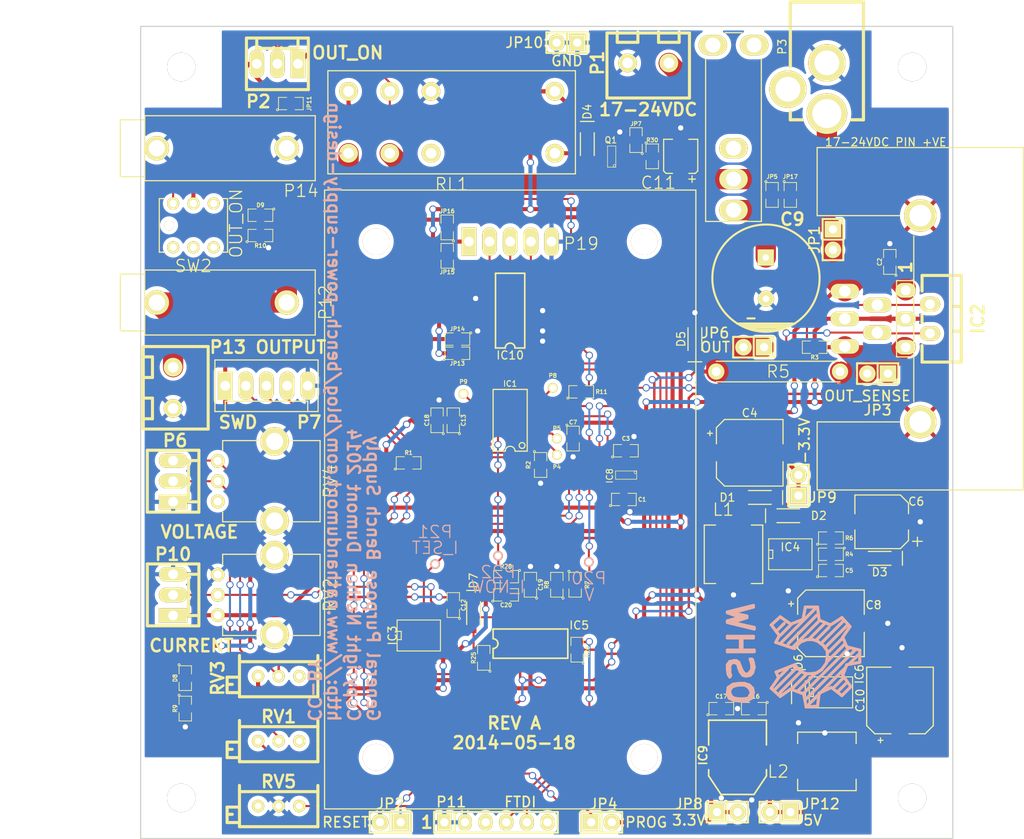
<source format=kicad_pcb>
(kicad_pcb (version 20221018) (generator pcbnew)
  (layers (0 "F.Cu" signal) (31 "B.Cu" signal) (34 "B.Paste" user) (35 "F.Paste" user) (36 "B.SilkS" user) (37 "F.SilkS" user) (38 "B.Mask" user) (39 "F.Mask" user) (44 "Edge.Cuts" user))
  (net 0 "")
  (net 1 "+3.3V")
  (net 2 "GND")
  (net 3 "+VIN")
  (net 4 "+3.0VA")
  (net 5 "-3.3V")
  (net 6 "Net-(C5-Pad2)")
  (net 7 "+5V")
  (net 8 "Net-(C12-Pad1)")
  (net 9 "Net-(C12-Pad2)")
  (net 10 "Net-(C19-Pad1)")
  (net 11 "/ICUR_MEAS")
  (net 12 "Net-(C20-Pad2)")
  (net 13 "Net-(D7-Pad1)")
  (net 14 "Net-(D8-Pad2)")
  (net 15 "/OUT_ON")
  (net 16 "Net-(D9-Pad2)")
  (net 17 "Net-(IC1-Pad1)")
  (net 18 "Net-(IC1-Pad2)")
  (net 19 "Net-(IC1-Pad3)")
  (net 20 "Net-(IC1-Pad4)")
  (net 21 "/VMEAS")
  (net 22 "/ISET_MEAS")
  (net 23 "Net-(IC1-Pad9)")
  (net 24 "/LOAD")
  (net 25 "/SCK")
  (net 26 "Net-(IC1-Pad12)")
  (net 27 "/SDO")
  (net 28 "Net-(IC1-Pad17)")
  (net 29 "Net-(IC1-Pad18)")
  (net 30 "Net-(IC1-Pad19)")
  (net 31 "Net-(IC1-Pad20)")
  (net 32 "Net-(IC2-Pad2)")
  (net 33 "Net-(IC4-Pad5)")
  (net 34 "Net-(IC5-Pad1)")
  (net 35 "Net-(IC5-Pad6)")
  (net 36 "Net-(IC5-Pad10)")
  (net 37 "Net-(IC10-Pad6)")
  (net 38 "Net-(IC10-Pad8)")
  (net 39 "Net-(IC10-Pad11)")
  (net 40 "VCC")
  (net 41 "Net-(P2-Pad2)")
  (net 42 "Net-(Q1-Pad1)")
  (net 43 "/5V_SW")
  (net 44 "/LED_PWR")
  (net 45 "/SWITCHED_OUT")
  (net 46 "/OUT")
  (net 47 "/OUT_SENSE")
  (net 48 "/VIN_SW")
  (net 49 "/A1")
  (net 50 "/A2")
  (net 51 "/RELAY_GND")
  (net 52 "Net-(P6-Pad2)")
  (net 53 "/NEG3V3_SW")
  (net 54 "/NEG3V3IN")
  (net 55 "Net-(IC1-Pad10)")
  (footprint "SMD_Packages:SM0805" (layer "F.Cu") (at 159.5 108.25)
    (fp_text reference "C1")
    (fp_text value "1uF" hide)
  )
  (footprint "SMD_Packages:SM0805" (layer "F.Cu") (at 192.25 79 90)
    (fp_text reference "C2")
    (fp_text value "0.22uF" hide)
  )
  (footprint "SMD_Packages:SM0805" (layer "F.Cu") (at 159.75 102.25)
    (fp_text reference "C3")
    (fp_text value "1uF" hide)
  )
  (footprint "Nathan_SMD:PANASONIC_F" (layer "F.Cu") (at 175 102.5 -90)
    (fp_text reference "C4")
    (fp_text value "100uF" hide)
  )
  (footprint "Nathan_SMD:PANASONIC_D" (layer "F.Cu") (at 191.25 111 90)
    (fp_text reference "C6")
    (fp_text value "47uF" hide)
  )
  (footprint "SMD_Packages:SM0805" (layer "F.Cu") (at 153.25 100.75 -90)
    (fp_text reference "C7")
    (fp_text value "10nF" hide)
  )
  (footprint "Nathan_SMD:PANASONIC_F" (layer "F.Cu") (at 185 123.5 -90)
    (fp_text reference "C8")
    (fp_text value "100uF" hide)
  )
  (footprint "Capacitors:CP_13x25mm" (layer "F.Cu") (at 177 81 180)
    (fp_text reference "C9")
    (fp_text value "1000uF" hide)
  )
  (footprint "Nathan_SMD:PANASONIC_F" (layer "F.Cu") (at 193.5 133)
    (fp_text reference "C10")
    (fp_text value "100uF" hide)
  )
  (footprint "SMD_Packages:SM0805" (layer "F.Cu") (at 138.5 121.25 90)
    (fp_text reference "C12")
    (fp_text value "100nF" hide)
  )
  (footprint "SMD_Packages:SM0805" (layer "F.Cu") (at 138.5 98.5 90)
    (fp_text reference "C13")
    (fp_text value "100nF" hide)
  )
  (footprint "SMD_Packages:SM0805" (layer "F.Cu") (at 175.5 134 180)
    (fp_text reference "C16")
    (fp_text value "4.7uF" hide)
  )
  (footprint "SMD_Packages:SM0805" (layer "F.Cu") (at 171.5 134)
    (fp_text reference "C17")
    (fp_text value "1uF" hide)
  )
  (footprint "SMD_Packages:SM0805" (layer "F.Cu") (at 136.5 98.5 90)
    (fp_text reference "C18")
    (fp_text value "4.7uF" hide)
  )
  (footprint "SMD_Packages:SM0805" (layer "F.Cu") (at 148 118.75 90)
    (fp_text reference "C19")
    (fp_text value "100nF" hide)
  )
  (footprint "SMD_Packages:SM0805" (layer "F.Cu") (at 145 120)
    (fp_text reference "C20")
    (fp_text value "100nF" hide)
  )
  (footprint "Nathan_SMD:SOD123" (layer "F.Cu") (at 176.25 108 180)
    (fp_text reference "D1")
    (fp_text value "1N5818" hide)
  )
  (footprint "Nathan_SMD:SOD123" (layer "F.Cu") (at 179.75 110.25)
    (fp_text reference "D2")
    (fp_text value "1N5819" hide)
  )
  (footprint "Nathan_SMD:SOD123" (layer "F.Cu") (at 191 115.5 180)
    (fp_text reference "D3")
    (fp_text value "1N4001" hide)
  )
  (footprint "Nathan_SMD:SOD123" (layer "F.Cu") (at 155 64.5 -90)
    (fp_text reference "D4")
    (fp_text value "1N4001" hide)
  )
  (footprint "Nathan_SMD:SOD123" (layer "F.Cu") (at 168.25 88.5 90)
    (fp_text reference "D5")
    (fp_text value "1N4001" hide)
  )
  (footprint "Nathan_SMD:SOD123" (layer "F.Cu") (at 181 132 -90)
    (fp_text reference "D6")
    (fp_text value "1N5819" hide)
  )
  (footprint "Nathan_SMD:SOD123" (layer "F.Cu") (at 141 122.25 -90)
    (fp_text reference "D7")
    (fp_text value "1N4001" hide)
  )
  (footprint "SMD_Packages:SM0805" (layer "F.Cu") (at 105.5 130.25 -90)
    (fp_text reference "D8")
    (fp_text value "LED" hide)
  )
  (footprint "SMD_Packages:SM0805" (layer "F.Cu") (at 114.75 73.25 180)
    (fp_text reference "D9")
    (fp_text value "LED" hide)
  )
  (footprint "SSOP_Packages:SSOP-20" (layer "F.Cu") (at 145.5 98.5 90)
    (fp_text reference "IC1")
    (fp_text value "STM32F030F4" hide)
  )
  (footprint "Pentawatts:Pentawatt_Neutral_Staggered_Verical_TO220-5-T05D" (layer "F.Cu") (at 198 86 -90)
    (fp_text reference "IC2")
    (fp_text value "L200" hide)
  )
  (footprint "SOIC_Packages:SOIC-8_N" (layer "F.Cu") (at 134.25 125)
    (fp_text reference "IC3")
    (fp_text value "TL072" hide)
  )
  (footprint "SOIC_Packages:SOIC-8_N" (layer "F.Cu") (at 180 115)
    (fp_text reference "IC4")
    (fp_text value "LM2594" hide)
  )
  (footprint "SOIC_Packages:SOIC-14_Narrow" (layer "F.Cu") (at 148 126)
    (fp_text reference "IC5")
    (fp_text value "TL074" hide)
  )
  (footprint "SOIC_Packages:SOIC-8_N" (layer "F.Cu") (at 185 132)
    (fp_text reference "IC6")
    (fp_text value "LM2594" hide)
  )
  (footprint "SMD_Packages:SOT23" (layer "F.Cu") (at 159.75 105.25 180)
    (fp_text reference "IC8")
    (fp_text value "MCP1700-3002E/TT" hide)
  )
  (footprint "SMD_Packages:SOT223" (layer "F.Cu") (at 173.5 140 180)
    (fp_text reference "IC9")
    (fp_text value "MCP1824ST-3302E" hide)
  )
  (footprint "SOIC_Packages:SOIC-14_Narrow" (layer "F.Cu") (at 145.5 85 90)
    (fp_text reference "IC10")
    (fp_text value "74HCT125" hide)
  )
  (footprint "Socket_Strips:Socket_Strip_Straight_1x02" (layer "F.Cu") (at 185.25 76.25 90)
    (fp_text reference "JP1")
    (fp_text value "VIN" hide)
  )
  (footprint "Socket_Strips:Socket_Strip_Straight_1x02" (layer "F.Cu") (at 130.75 148)
    (fp_text reference "JP2")
    (fp_text value "RESET")
  )
  (footprint "Socket_Strips:Socket_Strip_Straight_1x02" (layer "F.Cu") (at 190.75 92.75)
    (fp_text reference "JP3")
    (fp_text value "OUT_SENSE")
  )
  (footprint "Socket_Strips:Socket_Strip_Straight_1x02" (layer "F.Cu") (at 156.75 148 180)
    (fp_text reference "JP4")
    (fp_text value "PROG")
  )
  (footprint "Socket_Strips:Socket_Strip_Straight_1x02" (layer "F.Cu") (at 175.5 89.5)
    (fp_text reference "JP6")
    (fp_text value "OUT")
  )
  (footprint "Socket_Strips:Socket_Strip_Straight_1x02" (layer "F.Cu") (at 172.25 146.75 180)
    (fp_text reference "JP8")
    (fp_text value "3.3V")
  )
  (footprint "Socket_Strips:Socket_Strip_Straight_1x02" (layer "F.Cu") (at 181 106.5 -90)
    (fp_text reference "JP9")
    (fp_text value "-3.3V")
  )
  (footprint "Socket_Strips:Socket_Strip_Straight_1x02" (layer "F.Cu") (at 152.5 52)
    (fp_text reference "JP10")
    (fp_text value "GND")
  )
  (footprint "Nathan_SMD:MURATA_4500" (layer "F.Cu") (at 173 115 -90)
    (fp_text reference "L1")
    (fp_text value "100uH" hide)
  )
  (footprint "Nathan_SMD:MURATA_4500" (layer "F.Cu") (at 184.5 140.5)
    (fp_text reference "L2")
    (fp_text value "220uH" hide)
  )
  (footprint "Nathan_THT:SCREW_TERM" (layer "F.Cu") (at 162.5 54.5 180)
    (fp_text reference "P1")
    (fp_text value "17-24VDC")
  )
  (footprint "Nathan_THT:DC_JACK_SWC_RAPC712X" (layer "F.Cu") (at 184.5 47 -90)
    (fp_text reference "P3")
    (fp_text value "17-24VDC PIN +VE")
  )
  (footprint "Socket_Strips:Socket_Strip_Straight_1x06" (layer "F.Cu") (at 143.75 148 180)
    (fp_text reference "P11")
    (fp_text value "FTDI")
  )
  (footprint "Nathan_THT:4MM_SOCKET_PCB" (layer "F.Cu") (at 110 84 180)
    (fp_text reference "P12")
    (fp_text value "CONN_1" hide)
  )
  (footprint "Nathan_THT:SCREW_TERM" (layer "F.Cu") (at 104 94.5 -90)
    (fp_text reference "P13")
    (fp_text value "OUTPUT")
  )
  (footprint "Nathan_THT:4MM_SOCKET_PCB" (layer "F.Cu") (at 110 65 180)
    (fp_text reference "P14")
    (fp_text value "CONN_1" hide)
  )
  (footprint "Mounting_Holes:MountingHole_3-5mm" (layer "F.Cu") (at 105 55)
    (fp_text reference "P15" hide)
    (fp_text value "CONN_1" hide)
  )
  (footprint "Mounting_Holes:MountingHole_3-5mm" (layer "F.Cu") (at 195 55)
    (fp_text reference "P16" hide)
    (fp_text value "CONN_1" hide)
  )
  (footprint "Mounting_Holes:MountingHole_3-5mm" (layer "F.Cu") (at 195 145)
    (fp_text reference "P17" hide)
    (fp_text value "CONN_1" hide)
  )
  (footprint "Mounting_Holes:MountingHole_3-5mm" (layer "F.Cu") (at 105 145)
    (fp_text reference "P18" hide)
    (fp_text value "CONN_1" hide)
  )
  (footprint "SMD_Packages:SOT23" (layer "F.Cu") (at 158 66 90)
    (fp_text reference "Q1")
    (fp_text value "BC817" hide)
  )
  (footprint "SMD_Packages:SM0805" (layer "F.Cu") (at 133 103.75)
    (fp_text reference "R1")
    (fp_text value "10k" hide)
  )
  (footprint "SMD_Packages:SM0805" (layer "F.Cu") (at 149.25 104 -90)
    (fp_text reference "R2")
    (fp_text value "10k" hide)
  )
  (footprint "SMD_Packages:SM0805" (layer "F.Cu") (at 183 89.5 180)
    (fp_text reference "R3")
    (fp_text value "1k" hide)
  )
  (footprint "SMD_Packages:SM0805" (layer "F.Cu") (at 185 115 180)
    (fp_text reference "R4")
    (fp_text value "47k" hide)
  )
  (footprint "Nathan_THT:PWR4412-2SCR1000F" (layer "F.Cu") (at 178.5 92.5 90)
    (fp_text reference "R5")
    (fp_text value "0.1" hide)
  )
  (footprint "SMD_Packages:SM0805" (layer "F.Cu") (at 185 113)
    (fp_text reference "R6")
    (fp_text value "47k" hide)
  )
  (footprint "SMD_Packages:SM0805" (layer "F.Cu") (at 151.25 118.75 90)
    (fp_text reference "R8")
    (fp_text value "10k" hide)
  )
  (footprint "SMD_Packages:SM0805" (layer "F.Cu") (at 105.5 134 -90)
    (fp_text reference "R9")
    (fp_text value "180" hide)
  )
  (footprint "SMD_Packages:SM0805" (layer "F.Cu") (at 114.75 75.75)
    (fp_text reference "R10")
    (fp_text value "180" hide)
  )
  (footprint "SMD_Packages:SM0805" (layer "F.Cu") (at 154.25 95)
    (fp_text reference "R11")
    (fp_text value "10k" hide)
  )
  (footprint "SMD_Packages:SM0805" (layer "F.Cu") (at 142.25 127.75 90)
    (fp_text reference "R25")
    (fp_text value "1k" hide)
  )
  (footprint "SMD_Packages:SM0805" (layer "F.Cu") (at 153.75 126.75 90)
    (fp_text reference "R26")
    (fp_text value "1k" hide)
  )
  (footprint "SMD_Packages:SM0805" (layer "F.Cu") (at 145 117.75 180)
    (fp_text reference "R28")
    (fp_text value "20k" hide)
  )
  (footprint "SMD_Packages:SM0805" (layer "F.Cu") (at 163 66 -90)
    (fp_text reference "R30")
    (fp_text value "1k" hide)
  )
  (footprint "Nathan_THT:RELAY_SCHRAK_2RT_AP" (layer "F.Cu") (at 151 58 180)
    (fp_text reference "RL1")
    (fp_text value "RELAY_DPDT" hide)
  )
  (footprint "Potentiometers:Potentiometer_Bourns_3296X_3-8Zoll_Inline_ScrewFront" (layer "F.Cu") (at 117 138 90)
    (fp_text reference "RV1")
    (fp_text value "1k" hide)
  )
  (footprint "Nathan_THT:ALPS_RK09_VERTICAL" (layer "F.Cu") (at 116.5 120 -90)
    (fp_text reference "RV2")
    (fp_text value "10k" hide)
  )
  (footprint "Potentiometers:Potentiometer_Bourns_3296X_3-8Zoll_Inline_ScrewFront" (layer "F.Cu") (at 117 130 90)
    (fp_text reference "RV3")
    (fp_text value "4k7" hide)
  )
  (footprint "SMD_Packages:SM0805" (layer "F.Cu") (at 185 117)
    (fp_text reference "C5")
    (fp_text value "100nF" hide)
  )
  (footprint "Nathan_THT:ALPS_RK09_VERTICAL" (layer "F.Cu") (at 116.5 106 -90)
    (fp_text reference "RV4")
    (fp_text value "10k" hide)
  )
  (footprint "Potentiometers:Potentiometer_Bourns_3296X_3-8Zoll_Inline_ScrewFront" (layer "F.Cu") (at 117 146 90)
    (fp_text reference "RV5")
    (fp_text value "22k" hide)
  )
  (footprint "Nathan_THT:SW_ALPS_SPPH4" (layer "F.Cu") (at 106.5 74.5 180)
    (fp_text reference "SW2")
    (fp_text value "OUT_ON")
  )
  (footprint "Nathan_SMD:PANASONIC_B" (layer "F.Cu") (at 166.5 66)
    (fp_text reference "C11")
    (fp_text value "4.7uF" hide)
  )
  (footprint "Socket_Strips:Socket_Strip_Straight_1x02" (layer "F.Cu") (at 178.75 146.75)
    (fp_text reference "JP12")
    (fp_text value "5V")
  )
  (footprint "Nathan_THT:CUSTOM_8X7SEG_DISPLAY" (layer "F.Cu") (at 129 76.5 -90)
    (fp_text reference "P19")
    (fp_text value "LED_DISPLAY" hide)
  )
  (footprint "Nathan_THT:TEST_POINT" (layer "F.Cu") (at 151.25 102.75)
    (fp_text reference "P4")
    (fp_text value "CONN_1" hide)
  )
  (footprint "Nathan_THT:TEST_POINT" (layer "F.Cu") (at 151.25 100.75)
    (fp_text reference "P5")
    (fp_text value "CONN_1" hide)
  )
  (footprint "Nathan_THT:TEST_POINT" (layer "F.Cu") (at 150.75 94.5)
    (fp_text reference "P8")
    (fp_text value "CONN_1" hide)
  )
  (footprint "Nathan_THT:TEST_POINT" (layer "F.Cu") (at 139.75 95.25)
    (fp_text reference "P9")
    (fp_text value "CONN_1" hide)
  )
  (footprint "Nathan_THT:MOLEX_KK_3" (layer "F.Cu") (at 104 106 90)
    (fp_text reference "P6")
    (fp_text value "VOLTAGE")
  )
  (footprint "Nathan_THT:MOLEX_KK_3" (layer "F.Cu") (at 104 120 90)
    (fp_text reference "P10")
    (fp_text value "CURRENT")
  )
  (footprint "SMD_Packages:SM0805" (layer "F.Cu") (at 177.75 70.75 -90)
    (fp_text reference "JP5")
    (fp_text value "JUMPER" hide)
  )
  (footprint "SMD_Packages:SM0805" (layer "F.Cu") (at 161 64 90)
    (fp_text reference "JP7")
    (fp_text value "JUMPER" hide)
  )
  (footprint "SMD_Packages:SM0805" (layer "F.Cu") (at 118.5 59.5)
    (fp_text reference "JP11")
    (fp_text value "JUMPER" hide)
  )
  (footprint "SMD_Packages:SM0805" (layer "F.Cu") (at 139 90.25)
    (fp_text reference "JP13")
    (fp_text value "JUMPER" hide)
  )
  (footprint "SMD_Packages:SM0805" (layer "F.Cu") (at 139 88.5 180)
    (fp_text reference "JP14")
    (fp_text value "JUMPER" hide)
  )
  (footprint "SMD_Packages:SM0805" (layer "F.Cu") (at 137.75 78.25 90)
    (fp_text reference "JP15")
    (fp_text value "JUMPER" hide)
  )
  (footprint "SMD_Packages:SM0805" (layer "F.Cu") (at 137.75 74.75 90)
    (fp_text reference "JP16")
    (fp_text value "JUMPER" hide)
  )
  (footprint "SMD_Packages:SM0805" (layer "F.Cu") (at 180 70.75 -90)
    (fp_text reference "JP17")
    (fp_text value "JUMPER" hide)
  )
  (footprint "Nathan_THT:MOLEX_KK_3" (layer "F.Cu") (at 116.84 54.61 180)
    (fp_text reference "P2")
    (fp_text value "OUT_ON")
  )
  (footprint "Nathan_THT:SW_TE_GEMINI_A_RA" (layer "F.Cu") (at 173 65 180)
    (fp_text reference "SW1" hide)
    (fp_text value "SWITCH_INV_MECH" hide)
  )
  (footprint "Nathan_THT:MOLEX_KK_5" (layer "F.Cu") (at 115.5 94.25)
    (fp_text reference "P7")
    (fp_text value "SWD")
  )
  (footprint "Nathan_THT:HSK_AAVID_6398BG" (layer "F.Cu") (at 196 86 -90)
    (fp_text reference "IC7" hide)
    (fp_text value "L200" hide)
  )
  (footprint "SMD_Packages:SM0805" (layer "F.Cu") (at 153.5 118.75 -90)
    (fp_text reference "R7")
    (fp_text value "30k" hide)
  )
  (footprint "Nathan_THT:TEST_POINT" (layer "B.Cu") (at 155.194 115.951)
    (fp_text reference "P20")
    (fp_text value "V")
  )
  (footprint "Nathan_THT:TEST_POINT" (layer "B.Cu") (at 136.271 116.205)
    (fp_text reference "P21")
    (fp_text value "I_SET")
  )
  (footprint "Nathan_THT:TEST_POINT" (layer "B.Cu") (at 144.018 115.189)
    (fp_text reference "P22")
    (fp_text value "I_NOW")
  )
  (footprint "Footprint_Symbols:Symbol_OSHW-Logo_SilkScreen_BIG" (layer "B.Cu") (at 201.75 127.5 90)
    (fp_text reference "Sym" hide)
    (fp_text value "Symbol_OSHW-Logo_SilkScreen_BIG_07Jul2012" hide)
  )
  (gr_line (start 100 150) (end 100 50) (stroke (width 0.15)) (layer "Edge.Cuts"))
  (gr_line (start 200 150) (end 100 150) (stroke (width 0.15)) (layer "Edge.Cuts"))
  (gr_line (start 100 50) (end 200 50) (stroke (width 0.15)) (layer "Edge.Cuts"))
  (gr_line (start 200 50) (end 200 150) (stroke (width 0.15)) (layer "Edge.Cuts"))
  (gr_text "General Purpose Bench Supply\nCopyright Nathan Dumont 2014\nhttp://www.nathandumont.com/blog/bench-power-supply-design\nCC-BY" (at 125 135.75 270) (layer "B.SilkS") (effects (font (size 1.5 1.5) (thickness 0.3)) (justify left mirror)))
  (gr_text "1" (at 135.25 148) (layer "F.SilkS") (effects (font (size 1.5 1.5) (thickness 0.3))))
  (gr_text "REV A\n2014-05-18" (at 146 137) (layer "F.SilkS") (effects (font (size 1.5 1.5) (thickness 0.3))))
  (segment (start 171.214 137.786) (end 170.25 138.75) (width 0.5) (layer "F.Cu") (net 1))
  (segment (start 170.25 138.75) (end 170.25 146.02) (width 0.5) (layer "F.Cu") (net 1))
  (segment (start 170.25 146.02) (end 170.98 146.75) (width 0.5) (layer "F.Cu") (net 1))
  (segment (start 170.5475 136.0475) (end 171.198 136.698) (width 0.5) (layer "F.Cu") (net 1))
  (segment (start 171.198 136.698) (end 171.214 136.698) (width 0.5) (layer "F.Cu") (net 1))
  (segment (start 170.5475 136.0315) (end 171.214 136.698) (width 0.5) (layer "F.Cu") (net 1))
  (segment (start 155.5 80) (end 155.5 76.5) (width 0.5) (layer "F.Cu") (net 1))
  (segment (start 125.6 59.6) (end 128 62) (width 0.5) (layer "F.Cu") (net 1))
  (segment (start 140.175 98.825) (end 139.5475 99.4525) (width 0.3) (layer "F.Cu") (net 1))
  (segment (start 139.5475 99.4525) (end 138.5 99.4525) (width 0.3) (layer "F.Cu") (net 1))
  (segment (start 133.5 97.25) (end 133.5 98.5) (width 0.5) (layer "F.Cu") (net 1))
  (segment (start 133.5 98.5) (end 134.4525 99.4525) (width 0.5) (layer "F.Cu") (net 1))
  (segment (start 134.4525 99.4525) (end 136.5 99.4525) (width 0.5) (layer "F.Cu") (net 1))
  (segment (start 110.42 90.33) (end 111.5 89.25) (width 0.5) (layer "F.Cu") (net 1))
  (segment (start 111.5 89.25) (end 134.5 89.25) (width 0.5) (layer "F.Cu") (net 1))
  (segment (start 165.5 109.5) (end 165 110) (width 0.5) (layer "F.Cu") (net 1))
  (segment (start 165 110) (end 165 112.25) (width 0.5) (layer "F.Cu") (net 1))
  (segment (start 165 112.25) (end 165.5 112.75) (width 0.5) (layer "F.Cu") (net 1))
  (segment (start 165.5 112.75) (end 165.5 130.5) (width 0.5) (layer "F.Cu") (net 1))
  (segment (start 137.7975 73.75) (end 137.75 73.7975) (width 0.5) (layer "F.Cu") (net 1))
  (segment (start 133.25 98.5) (end 132.75 99) (width 0.5) (layer "F.Cu") (net 1))
  (segment (start 130.25 101.5) (end 130.25 103.25) (width 0.5) (layer "F.Cu") (net 1))
  (segment (start 130.25 103.25) (end 130.75 103.75) (width 0.5) (layer "F.Cu") (net 1))
  (segment (start 130.75 103.75) (end 132.0475 103.75) (width 0.5) (layer "F.Cu") (net 1))
  (segment (start 169.73 148) (end 170.98 146.75) (width 0.5) (layer "F.Cu") (net 1))
  (segment (start 134.5 73.7975) (end 134.5 73.75) (width 0.5) (layer "F.Cu") (net 1))
  (segment (start 134.5 96.25) (end 133.5 97.25) (width 0.5) (layer "F.Cu") (net 1))
  (segment (start 134.5 88.5) (end 134.5 89.25) (width 0.5) (layer "F.Cu") (net 1))
  (segment (start 110.42 100.67) (end 113.5 103.75) (width 0.5) (layer "F.Cu") (net 1))
  (segment (start 113.5 103.75) (end 113.5 118.75) (width 0.5) (layer "F.Cu") (net 1))
  (segment (start 113.5 123.5) (end 113.5 126.25) (width 0.5) (layer "F.Cu") (net 1))
  (segment (start 169 134) (end 165.5 130.5) (width 0.5) (layer "F.Cu") (net 1))
  (segment (start 155.5 75) (end 155.5 76.5) (width 0.5) (layer "F.Cu") (net 1))
  (segment (start 148.4525 73.7975) (end 148.75 73.5) (width 0.5) (layer "F.Cu") (net 1))
  (segment (start 148.75 73.5) (end 154.5 73.5) (width 0.5) (layer "F.Cu") (net 1))
  (segment (start 154.5 73.5) (end 155.5 74.5) (width 0.5) (layer "F.Cu") (net 1))
  (segment (start 155.5 74.5) (end 155.5 75) (width 0.5) (layer "F.Cu") (net 1))
  (segment (start 107.25 126.25) (end 105.5 128) (width 0.5) (layer "F.Cu") (net 1))
  (segment (start 105.5 128) (end 105.5 129.2975) (width 0.5) (layer "F.Cu") (net 1))
  (segment (start 137.75 73.7975) (end 148.4525 73.7975) (width 0.5) (layer "F.Cu") (net 1))
  (segment (start 128 67.25) (end 128 62) (width 0.5) (layer "F.Cu") (net 1))
  (segment (start 137.75 73.7975) (end 134.5 73.7975) (width 0.5) (layer "F.Cu") (net 1))
  (segment (start 155.5 80) (end 165.5 90) (width 0.5) (layer "F.Cu") (net 1))
  (segment (start 134.5 89.25) (end 134.5 96.25) (width 0.5) (layer "F.Cu") (net 1))
  (segment (start 170.5475 134) (end 170.5475 136.0315) (width 0.5) (layer "F.Cu") (net 1))
  (segment (start 110.42 100.67) (end 110.42 94.25) (width 0.5) (layer "F.Cu") (net 1))
  (segment (start 134.5 73.75) (end 128 67.25) (width 0.5) (layer "F.Cu") (net 1))
  (segment (start 134.5 73.75) (end 134.5 88.5) (width 0.5) (layer "F.Cu") (net 1))
  (segment (start 138.0475 88.5) (end 134.5 88.5) (width 0.5) (layer "F.Cu") (net 1))
  (segment (start 142.5 98.825) (end 140.175 98.825) (width 0.3) (layer "F.Cu") (net 1))
  (segment (start 171.214 136.698) (end 171.214 137.786) (width 0.5) (layer "F.Cu") (net 1))
  (segment (start 158.02 148) (end 169.73 148) (width 0.5) (layer "F.Cu") (net 1))
  (segment (start 170.5475 134) (end 170.5475 136.0475) (width 0.5) (layer "F.Cu") (net 1))
  (segment (start 173.52 146.75) (end 170.98 146.75) (width 0.5) (layer "F.Cu") (net 1))
  (segment (start 136.5 99.4525) (end 138.5 99.4525) (width 0.5) (layer "F.Cu") (net 1))
  (segment (start 165.5 109.5) (end 165.5 90) (width 0.5) (layer "F.Cu") (net 1))
  (segment (start 133.5 98.5) (end 133.25 98.5) (width 0.5) (layer "F.Cu") (net 1))
  (segment (start 125.6 59.6) (end 125.6 58) (width 0.5) (layer "F.Cu") (net 1))
  (segment (start 170.5475 134) (end 169 134) (width 0.5) (layer "F.Cu") (net 1))
  (segment (start 110 126.25) (end 107.25 126.25) (width 0.5) (layer "F.Cu") (net 1))
  (segment (start 110.42 94.25) (end 110.42 90.33) (width 0.5) (layer "F.Cu") (net 1))
  (via (at 130.25 101.5) (size 0.9) (drill 0.65) (layers "F.Cu" "B.Cu") (net 1))
  (via (at 113.5 118.75) (size 0.9) (drill 0.65) (layers "F.Cu" "B.Cu") (net 1))
  (via (at 110 126.25) (size 0.9) (drill 0.65) (layers "F.Cu" "B.Cu") (net 1))
  (via (at 113.5 126.25) (size 0.9) (drill 0.65) (layers "F.Cu" "B.Cu") (net 1))
  (via (at 132.75 99) (size 0.9) (drill 0.65) (layers "F.Cu" "B.Cu") (net 1))
  (via (at 113.5 123.5) (size 0.9) (drill 0.65) (layers "F.Cu" "B.Cu") (net 1))
  (segment (start 132.75 99) (end 130.25 101.5) (width 0.5) (layer "B.Cu") (net 1))
  (segment (start 113.5 118.75) (end 113.5 123.5) (width 0.5) (layer "B.Cu") (net 1))
  (segment (start 113.5 126.25) (end 110 126.25) (width 0.5) (layer "B.Cu") (net 1))
  (segment (start 173.5 134) (end 172.4525 134) (width 0.5) (layer "F.Cu") (net 2))
  (segment (start 184.375 136.875) (end 184.25 137) (width 0.5) (layer "F.Cu") (net 2))
  (segment (start 193.5 126.75) (end 193.75 126.5) (width 0.5) (layer "F.Cu") (net 2))
  (segment (start 186.875 127.375) (end 187 127.25) (width 0.5) (layer "F.Cu") (net 2))
  (segment (start 148.81 81.19) (end 150.59 79.41) (width 0.5) (layer "F.Cu") (net 2))
  (segment (start 150.59 79.41) (end 150.59 76.5) (width 0.5) (layer "F.Cu") (net 2))
  (segment (start 149.46 87.54) (end 149.5 87.5) (width 0.5) (layer "F.Cu") (net 2))
  (segment (start 149.44 88.81) (end 149.5 88.75) (width 0.5) (layer "F.Cu") (net 2))
  (segment (start 141.54 87.54) (end 141.5 87.5) (width 0.5) (layer "F.Cu") (net 2))
  (segment (start 192.85 111.8) (end 193.65 111) (width 0.5) (layer "F.Cu") (net 2))
  (segment (start 179.375 119.125) (end 179.75 119.5) (width 0.5) (layer "F.Cu") (net 2))
  (segment (start 159.0475 63.0475) (end 159 63) (width 0.5) (layer "F.Cu") (net 2))
  (segment (start 141.48 83.73) (end 141.25 83.5) (width 0.5) (layer "F.Cu") (net 2))
  (segment (start 136.5 96.25) (end 136.75 96) (width 0.5) (layer "F.Cu") (net 2))
  (segment (start 140.175 98.175) (end 139.5475 97.5475) (width 0.3) (layer "F.Cu") (net 2))
  (segment (start 139.5475 97.5475) (end 138.5 97.5475) (width 0.3) (layer "F.Cu") (net 2))
  (segment (start 160.7025 100.5475) (end 160.75 100.5) (width 0.5) (layer "F.Cu") (net 2))
  (segment (start 160.4525 109.5475) (end 160.25 109.75) (width 0.5) (layer "F.Cu") (net 2))
  (segment (start 173.5 143.5) (end 175.25 145.25) (width 0.5) (layer "F.Cu") (net 2))
  (segment (start 173.198 143.302) (end 171.5 145) (width 0.5) (layer "F.Cu") (net 2))
  (segment (start 115.7025 77.2025) (end 115.75 77.25) (width 0.5) (layer "F.Cu") (net 2))
  (segment (start 148.2 88.81) (end 149.44 88.81) (width 0.5) (layer "F.Cu") (net 2))
  (segment (start 153.25 101.7025) (end 153.25 103) (width 0.5) (layer "F.Cu") (net 2))
  (segment (start 160.4525 108.25) (end 160.4525 109.5475) (width 0.5) (layer "F.Cu") (net 2))
  (segment (start 184.375 134.7) (end 184.375 136.875) (width 0.5) (layer "F.Cu") (net 2))
  (segment (start 173.5 134) (end 174.5475 134) (width 0.5) (layer "F.Cu") (net 2))
  (segment (start 160.7025 104.15018) (end 160.7025 102.25) (width 0.5) (layer "F.Cu") (net 2))
  (segment (start 142.5 98.175) (end 140.175 98.175) (width 0.3) (layer "F.Cu") (net 2))
  (segment (start 186.875 129.3) (end 186.875 127.375) (width 0.5) (layer "F.Cu") (net 2))
  (segment (start 181 133.85) (end 181 135.75) (width 0.5) (layer "F.Cu") (net 2))
  (segment (start 161 63.0475) (end 159.0475 63.0475) (width 0.5) (layer "F.Cu") (net 2))
  (segment (start 148 117.7975) (end 148 116.5) (width 0.5) (layer "F.Cu") (net 2))
  (segment (start 151.25 117.7975) (end 151.25 116.5) (width 0.5) (layer "F.Cu") (net 2))
  (segment (start 136.5 97.5475) (end 136.5 96.25) (width 0.5) (layer "F.Cu") (net 2))
  (segment (start 138.5 97.5475) (end 136.5 97.5475) (width 0.3) (layer "F.Cu") (net 2))
  (segment (start 160.7025 102.25) (end 160.7025 100.5475) (width 0.5) (layer "F.Cu") (net 2))
  (segment (start 193.65 111) (end 196 111) (width 0.5) (layer "F.Cu") (net 2))
  (segment (start 142.8 87.54) (end 141.54 87.54) (width 0.5) (layer "F.Cu") (net 2))
  (segment (start 173.5 143.302) (end 173.198 143.302) (width 0.5) (layer "F.Cu") (net 2))
  (segment (start 179.375 117.7) (end 179.375 119.125) (width 0.5) (layer "F.Cu") (net 2))
  (segment (start 192.85 115.5) (end 192.85 111.8) (width 0.5) (layer "F.Cu") (net 2))
  (segment (start 192.25 78.0475) (end 192.25 76.75) (width 0.9) (layer "F.Cu") (net 2))
  (segment (start 173.5 143.302) (end 173.5 143.5) (width 0.5) (layer "F.Cu") (net 2))
  (segment (start 148.2 81.19) (end 148.81 81.19) (width 0.5) (layer "F.Cu") (net 2))
  (segment (start 115.7025 75.75) (end 115.7025 77.2025) (width 0.5) (layer "F.Cu") (net 2))
  (segment (start 173.5 136.698) (end 173.5 134) (width 0.5) (layer "F.Cu") (net 2))
  (segment (start 148.2 87.54) (end 149.46 87.54) (width 0.5) (layer "F.Cu") (net 2))
  (segment (start 142.8 83.73) (end 141.48 83.73) (width 0.5) (layer "F.Cu") (net 2))
  (segment (start 166.5 64.5) (end 166.5 62.5) (width 0.9) (layer "F.Cu") (net 2))
  (segment (start 148.2 85) (end 149.5 85) (width 0.5) (layer "F.Cu") (net 2))
  (segment (start 193.5 129.55) (end 193.5 126.75) (width 0.5) (layer "F.Cu") (net 2))
  (segment (start 149.25 104.9525) (end 149.25 106.25) (width 0.5) (layer "F.Cu") (net 2))
  (segment (start 168.25 86.65) (end 168.25 85.25) (width 0.9) (layer "F.Cu") (net 2))
  (segment (start 105.5 134.9525) (end 105.5 136.25) (width 0.5) (layer "F.Cu") (net 2))
  (segment (start 173 118) (end 173 120) (width 0.5) (layer "F.Cu") (net 2))
  (segment (start 188.45 123.5) (end 192 123.5) (width 0.5) (layer "F.Cu") (net 2))
  (via (at 141.25 83.5) (size 0.9) (drill 0.65) (layers "F.Cu" "B.Cu") (net 2))
  (via (at 192 123.5) (size 0.889) (drill 0.65) (layers "F.Cu" "B.Cu") (net 2))
  (via (at 160.25 109.75) (size 0.9) (drill 0.65) (layers "F.Cu" "B.Cu") (net 2))
  (via (at 181 135.75) (size 0.9) (drill 0.65) (layers "F.Cu" "B.Cu") (net 2))
  (via (at 149.5 87.5) (size 0.9) (drill 0.65) (layers "F.Cu" "B.Cu") (net 2))
  (via (at 173.5 134) (size 0.889) (drill 0.65) (layers "F.Cu" "B.Cu") (net 2))
  (via (at 179.75 119.5) (size 0.9) (drill 0.65) (layers "F.Cu" "B.Cu") (net 2))
  (via (at 196 111) (size 0.9) (drill 0.65) (layers "F.Cu" "B.Cu") (net 2))
  (via (at 175.25 145.25) (size 0.9) (drill 0.65) (layers "F.Cu" "B.Cu") (net 2))
  (via (at 148 116.5) (size 0.9) (drill 0.65) (layers "F.Cu" "B.Cu") (net 2))
  (via (at 193.75 126.5) (size 0.9) (drill 0.65) (layers "F.Cu" "B.Cu") (net 2))
  (via (at 153.25 103) (size 0.9) (drill 0.65) (layers "F.Cu" "B.Cu") (net 2))
  (via (at 149.5 88.75) (size 0.9) (drill 0.65) (layers "F.Cu" "B.Cu") (net 2))
  (via (at 187 127.25) (size 0.9) (drill 0.65) (layers "F.Cu" "B.Cu") (net 2))
  (via (at 105.5 136.25) (size 0.9) (drill 0.65) (layers "F.Cu" "B.Cu") (net 2))
  (via (at 184.25 137) (size 0.9) (drill 0.65) (layers "F.Cu" "B.Cu") (net 2))
  (via (at 160.75 100.5) (size 0.9) (drill 0.65) (layers "F.Cu" "B.Cu") (net 2))
  (via (at 168.25 85.25) (size 0.9) (drill 0.65) (layers "F.Cu" "B.Cu") (net 2))
  (via (at 141.5 87.5) (size 0.9) (drill 0.65) (layers "F.Cu" "B.Cu") (net 2))
  (via (at 159 63) (size 0.9) (drill 0.65) (layers "F.Cu" "B.Cu") (net 2))
  (via (at 149.5 85) (size 0.9) (drill 0.65) (layers "F.Cu" "B.Cu") (net 2))
  (via (at 136.75 96) (size 0.9) (drill 0.65) (layers "F.Cu" "B.Cu") (net 2))
  (via (at 151.25 116.5) (size 0.9) (drill 0.65) (layers "F.Cu" "B.Cu") (net 2))
  (via (at 192.25 76.75) (size 0.9) (drill 0.65) (layers "F.Cu" "B.Cu") (net 2))
  (via (at 166.5 62.5) (size 0.9) (drill 0.65) (layers "F.Cu" "B.Cu") (net 2))
  (via (at 171.5 145) (size 0.9) (drill 0.65) (layers "F.Cu" "B.Cu") (net 2))
  (via (at 173 120) (size 0.9) (drill 0.65) (layers "F.Cu" "B.Cu") (net 2))
  (via (at 115.75 77.25) (size 0.9) (drill 0.65) (layers "F.Cu" "B.Cu") (net 2))
  (via (at 149.25 106.25) (size 0.9) (drill 0.65) (layers "F.Cu" "B.Cu") (net 2))
  (segment (start 184.375 127.375) (end 181.55 124.55) (width 0.5) (layer "F.Cu") (net 3))
  (segment (start 181.55 124.55) (end 181.55 123.5) (width 0.5) (layer "F.Cu") (net 3))
  (segment (start 194.20016 82.20016) (end 193 81) (width 2.5) (layer "F.Cu") (net 3))
  (segment (start 193 81) (end 188.31 81) (width 2.5) (layer "F.Cu") (net 3))
  (segment (start 188.31 81) (end 186.71 82.6) (width 2.5) (layer "F.Cu") (net 3))
  (segment (start 177.75 72.62) (end 173 72.62) (width 0.9) (layer "F.Cu") (net 3))
  (segment (start 180 72.62) (end 178.63 72.62) (width 0.9) (layer "F.Cu") (net 3))
  (segment (start 176.9746 74.2754) (end 178.63 72.62) (width 2.5) (layer "F.Cu") (net 3))
  (segment (start 178.63 72.62) (end 173 72.62) (width 0.9) (layer "F.Cu") (net 3))
  (segment (start 168.5 108) (end 168.5 98.75) (width 0.5) (layer "F.Cu") (net 3))
  (segment (start 168.5 120) (end 169.75 121.25) (width 0.5) (layer "F.Cu") (net 3))
  (segment (start 179.3 121.25) (end 169.75 121.25) (width 0.5) (layer "F.Cu") (net 3))
  (segment (start 179.3 121.25) (end 181.55 123.5) (width 0.5) (layer "F.Cu") (net 3))
  (segment (start 192.25 80.54972) (end 194.20016 82.49988) (width 0.9) (layer "F.Cu") (net 3))
  (segment (start 163 120) (end 162 121) (width 0.5) (layer "F.Cu") (net 3))
  (segment (start 162 121) (end 162 127.25) (width 0.5) (layer "F.Cu") (net 3))
  (segment (start 162 127.25) (end 157.75 131.5) (width 0.5) (layer "F.Cu") (net 3))
  (segment (start 148 131) (end 148 128.7) (width 0.5) (layer "F.Cu") (net 3))
  (segment (start 128.75 126.5) (end 132.375 122.875) (width 0.5) (layer "F.Cu") (net 3))
  (segment (start 132.375 122.875) (end 132.375 122.3) (width 0.5) (layer "F.Cu") (net 3))
  (segment (start 148.5 131.5) (end 148 131) (width 0.5) (layer "F.Cu") (net 3))
  (segment (start 148.75 131.5) (end 148.5 131.5) (width 0.5) (layer "F.Cu") (net 3))
  (segment (start 128.75 129.25) (end 128.75 126.5) (width 0.5) (layer "F.Cu") (net 3))
  (segment (start 182.89 72.62) (end 185.25 74.98) (width 2.5) (layer "F.Cu") (net 3))
  (segment (start 185.25 81.14) (end 186.71 82.6) (width 2.5) (layer "F.Cu") (net 3))
  (segment (start 180.5 97.25) (end 180.25 97.5) (width 0.5) (layer "F.Cu") (net 3))
  (segment (start 180.25 97.5) (end 169.75 97.5) (width 0.5) (layer "F.Cu") (net 3))
  (segment (start 185.4 82.6) (end 180.5 87.5) (width 0.5) (layer "F.Cu") (net 3))
  (segment (start 180.5 87.5) (end 180.5 94.25) (width 0.5) (layer "F.Cu") (net 3))
  (segment (start 130 130.5) (end 128.75 129.25) (width 0.5) (layer "F.Cu") (net 3))
  (segment (start 145.25 130.5) (end 146.25 131.5) (width 0.5) (layer "F.Cu") (net 3))
  (segment (start 168.5 120) (end 168.5 108) (width 0.5) (layer "F.Cu") (net 3))
  (segment (start 148.75 131.5) (end 146.25 131.5) (width 0.5) (layer "F.Cu") (net 3))
  (segment (start 130 130.5) (end 145.25 130.5) (width 0.5) (layer "F.Cu") (net 3))
  (segment (start 177.75 71.7025) (end 177.75 72.62) (width 0.9) (layer "F.Cu") (net 3))
  (segment (start 176.9746 78.46) (end 176.9746 74.2754) (width 2.5) (layer "F.Cu") (net 3))
  (segment (start 157.75 131.5) (end 148.75 131.5) (width 0.5) (layer "F.Cu") (net 3))
  (segment (start 192.25 79.9525) (end 192.25 80.54972) (width 0.9) (layer "F.Cu") (net 3))
  (segment (start 194.20016 82.49988) (end 194.20016 82.20016) (width 2.5) (layer "F.Cu") (net 3))
  (segment (start 174.4 108) (end 168.5 108) (width 0.5) (layer "F.Cu") (net 3))
  (segment (start 173 72.62) (end 182.89 72.62) (width 2.5) (layer "F.Cu") (net 3))
  (segment (start 185.25 77.52) (end 185.25 74.98) (width 2.5) (layer "F.Cu") (net 3))
  (segment (start 185.25 77.52) (end 185.25 81.14) (width 2.5) (layer "F.Cu") (net 3))
  (segment (start 184.375 129.3) (end 184.375 127.375) (width 0.5) (layer "F.Cu") (net 3))
  (segment (start 180 71.7025) (end 180 72.62) (width 0.9) (layer "F.Cu") (net 3))
  (segment (start 168.5 98.75) (end 169.75 97.5) (width 0.5) (layer "F.Cu") (net 3))
  (segment (start 186.71 82.6) (end 185.4 82.6) (width 0.5) (layer "F.Cu") (net 3))
  (via (at 180.5 94.25) (size 0.9) (drill 0.65) (layers "F.Cu" "B.Cu") (net 3))
  (via (at 168.5 120) (size 0.9) (drill 0.65) (layers "F.Cu" "B.Cu") (net 3))
  (via (at 163 120) (size 0.9) (drill 0.65) (layers "F.Cu" "B.Cu") (net 3))
  (via (at 180.5 97.25) (size 0.9) (drill 0.65) (layers "F.Cu" "B.Cu") (net 3))
  (segment (start 163 120) (end 168.5 120) (width 0.5) (layer "B.Cu") (net 3))
  (segment (start 180.5 94.25) (end 180.5 97.25) (width 0.5) (layer "B.Cu") (net 3))
  (segment (start 104.04 122.5) (end 104 122.54) (width 0.5) (layer "F.Cu") (net 4))
  (segment (start 148.5275 98.7975) (end 148.5 98.825) (width 0.3) (layer "F.Cu") (net 4))
  (segment (start 130.75 109.25) (end 117.5 122.5) (width 0.5) (layer "F.Cu") (net 4))
  (segment (start 156 109.25) (end 130.75 109.25) (width 0.5) (layer "F.Cu") (net 4))
  (segment (start 158.75 99) (end 158.75 102.2025) (width 0.5) (layer "F.Cu") (net 4))
  (segment (start 158.75 102.2025) (end 158.7975 102.25) (width 0.5) (layer "F.Cu") (net 4))
  (segment (start 158.7975 104.4525) (end 156.75 106.5) (width 0.5) (layer "F.Cu") (net 4))
  (segment (start 156.75 106.5) (end 156.75 108.5) (width 0.5) (layer "F.Cu") (net 4))
  (segment (start 156.75 108.5) (end 156 109.25) (width 0.5) (layer "F.Cu") (net 4))
  (segment (start 158.7975 102.25) (end 158.7975 104.15018) (width 0.5) (layer "F.Cu") (net 4))
  (segment (start 153.25 98.7975) (end 158.5475 98.7975) (width 0.5) (layer "F.Cu") (net 4))
  (segment (start 109.5 122.5) (end 104.04 122.5) (width 0.5) (layer "F.Cu") (net 4))
  (segment (start 109.5 122.5) (end 117.5 122.5) (width 0.5) (layer "F.Cu") (net 4))
  (segment (start 153.25 98.7975) (end 148.5275 98.7975) (width 0.3) (layer "F.Cu") (net 4))
  (segment (start 158.5475 98.7975) (end 158.75 99) (width 0.5) (layer "F.Cu") (net 4))
  (segment (start 158.7975 104.15018) (end 158.7975 104.4525) (width 0.5) (layer "F.Cu") (net 4))
  (segment (start 153.25 99.7975) (end 153.25 98.7975) (width 0.5) (layer "F.Cu") (net 4))
  (segment (start 189.15 111.3) (end 188.85 111) (width 0.5) (layer "F.Cu") (net 5))
  (segment (start 188.85 96.92) (end 189.52 96.25) (width 0.5) (layer "F.Cu") (net 5))
  (segment (start 193.55 96.25) (end 196 98.7) (width 0.5) (layer "F.Cu") (net 5))
  (segment (start 184.5 86) (end 183 87.5) (width 0.5) (layer "F.Cu") (net 5))
  (segment (start 183 87.5) (end 183 94.25) (width 0.5) (layer "F.Cu") (net 5))
  (segment (start 180.625 111.225) (end 181.6 110.25) (width 0.5) (layer "F.Cu") (net 5))
  (segment (start 188.1 110.25) (end 188.85 111) (width 0.5) (layer "F.Cu") (net 5))
  (segment (start 185 102.5) (end 188.85 106.35) (width 0.5) (layer "F.Cu") (net 5))
  (segment (start 188.85 106.35) (end 188.85 96.92) (width 0.5) (layer "F.Cu") (net 5))
  (segment (start 186.85 113) (end 188.85 111) (width 0.5) (layer "F.Cu") (net 5))
  (segment (start 114.46 131.21) (end 114.46 130) (width 0.5) (layer "F.Cu") (net 5))
  (segment (start 162.25 96.25) (end 162.25 108) (width 0.5) (layer "F.Cu") (net 5))
  (segment (start 162.25 108) (end 162 108.25) (width 0.5) (layer "F.Cu") (net 5))
  (segment (start 162 108.25) (end 162 112.141) (width 0.5) (layer "F.Cu") (net 5))
  (segment (start 149.75 116) (end 149.75 120.5) (width 0.5) (layer "F.Cu") (net 5))
  (segment (start 149.75 120.5) (end 148 122.25) (width 0.5) (layer "F.Cu") (net 5))
  (segment (start 148 122.25) (end 148 123.3) (width 0.5) (layer "F.Cu") (net 5))
  (segment (start 140 126) (end 138.3 127.7) (width 0.5) (layer "F.Cu") (net 5))
  (segment (start 138.3 127.7) (end 137.25 127.7) (width 0.5) (layer "F.Cu") (net 5))
  (segment (start 142.875 112.141) (end 142.5 112.516) (width 0.5) (layer "F.Cu") (net 5))
  (segment (start 142.5 112.516) (end 142.5 121.75) (width 0.5) (layer "F.Cu") (net 5))
  (segment (start 149.75 112.141) (end 149.86 112.141) (width 0.5) (layer "F.Cu") (net 5))
  (segment (start 149.86 112.141) (end 142.875 112.141) (width 0.5) (layer "F.Cu") (net 5))
  (segment (start 137.25 127.7) (end 136.125 127.7) (width 0.5) (layer "F.Cu") (net 5))
  (segment (start 129.5 131.5) (end 137.25 131.5) (width 0.5) (layer "F.Cu") (net 5))
  (segment (start 114.75 131.5) (end 114.46 131.21) (width 0.5) (layer "F.Cu") (net 5))
  (segment (start 181 105.05) (end 178.45 102.5) (width 0.5) (layer "F.Cu") (net 5))
  (segment (start 189.52 96.25) (end 193.55 96.25) (width 0.5) (layer "F.Cu") (net 5))
  (segment (start 181.6 110.25) (end 188.1 110.25) (width 0.5) (layer "F.Cu") (net 5))
  (segment (start 172 96.25) (end 168.5 96.25) (width 0.5) (layer "F.Cu") (net 5))
  (segment (start 189.15 115.5) (end 189.15 111.3) (width 0.5) (layer "F.Cu") (net 5))
  (segment (start 183 96.25) (end 172 96.25) (width 0.5) (layer "F.Cu") (net 5))
  (segment (start 184.5 86) (end 186.71 86) (width 0.5) (layer "F.Cu") (net 5))
  (segment (start 180.625 112.3) (end 180.625 111.225) (width 0.5) (layer "F.Cu") (net 5))
  (segment (start 137.25 127.7) (end 137.25 128.75) (width 0.5) (layer "F.Cu") (net 5))
  (segment (start 188.85 111) (end 187.9525 111) (width 0.5) (layer "F.Cu") (net 5))
  (segment (start 186.98 96.25) (end 183 96.25) (width 0.5) (layer "F.Cu") (net 5))
  (segment (start 178.45 102.5) (end 185 102.5) (width 0.5) (layer "F.Cu") (net 5))
  (segment (start 129.5 131.5) (end 121 131.5) (width 0.5) (layer "F.Cu") (net 5))
  (segment (start 181 105.23) (end 181 105.05) (width 0.5) (layer "F.Cu") (net 5))
  (segment (start 162 112.141) (end 149.86 112.141) (width 0.5) (layer "F.Cu") (net 5))
  (segment (start 181 107.77) (end 181 105.23) (width 0.5) (layer "F.Cu") (net 5))
  (segment (start 189.52 96.25) (end 186.98 96.25) (width 0.5) (layer "F.Cu") (net 5))
  (segment (start 121 131.5) (end 114.75 131.5) (width 0.5) (layer "F.Cu") (net 5))
  (segment (start 194.20016 86) (end 186.71 86) (width 0.5) (layer "F.Cu") (net 5))
  (segment (start 149.75 116) (end 149.75 112.141) (width 0.5) (layer "F.Cu") (net 5))
  (segment (start 188.85 111) (end 188.85 106.35) (width 0.5) (layer "F.Cu") (net 5))
  (segment (start 185.9525 113) (end 186.85 113) (width 0.5) (layer "F.Cu") (net 5))
  (via (at 183 96.25) (size 0.9) (drill 0.65) (layers "F.Cu" "B.Cu") (net 5))
  (via (at 142.5 121.75) (size 0.9) (drill 0.65) (layers "F.Cu" "B.Cu") (net 5))
  (via (at 137.25 128.75) (size 0.9) (drill 0.65) (layers "F.Cu" "B.Cu") (net 5))
  (via (at 137.25 131.5) (size 0.9) (drill 0.65) (layers "F.Cu" "B.Cu") (net 5))
  (via (at 168.5 96.25) (size 0.9) (drill 0.65) (layers "F.Cu" "B.Cu") (net 5))
  (via (at 140 126) (size 0.9) (drill 0.65) (layers "F.Cu" "B.Cu") (net 5))
  (via (at 162.25 96.25) (size 0.9) (drill 0.65) (layers "F.Cu" "B.Cu") (net 5))
  (via (at 183 94.25) (size 0.9) (drill 0.65) (layers "F.Cu" "B.Cu") (net 5))
  (segment (start 183 94.25) (end 183 96.25) (width 0.5) (layer "B.Cu") (net 5))
  (segment (start 142.5 121.75) (end 142.5 124) (width 0.5) (layer "B.Cu") (net 5))
  (segment (start 142.5 124) (end 140.5 126) (width 0.5) (layer "B.Cu") (net 5))
  (segment (start 140.5 126) (end 140 126) (width 0.5) (layer "B.Cu") (net 5))
  (segment (start 168.5 96.25) (end 162.25 96.25) (width 0.5) (layer "B.Cu") (net 5))
  (segment (start 137.25 128.75) (end 137.25 131.5) (width 0.5) (layer "B.Cu") (net 5))
  (segment (start 185.9525 117) (end 185.9525 115) (width 0.25) (layer "F.Cu") (net 6))
  (segment (start 186.875 137.375) (end 187.5 138) (width 0.5) (layer "F.Cu") (net 7))
  (segment (start 187.5 138) (end 187.5 140.5) (width 0.5) (layer "F.Cu") (net 7))
  (segment (start 186.875 135.875) (end 187.45 136.45) (width 0.5) (layer "F.Cu") (net 7))
  (segment (start 187.45 136.45) (end 193.5 136.45) (width 0.5) (layer "F.Cu") (net 7))
  (segment (start 175.802 136.698) (end 176.4525 136.0475) (width 0.5) (layer "F.Cu") (net 7))
  (segment (start 176.4525 136.0475) (end 176.4525 134) (width 0.5) (layer "F.Cu") (net 7))
  (segment (start 176.698 136.698) (end 177.5 137.5) (width 0.5) (layer "F.Cu") (net 7))
  (segment (start 177.5 137.5) (end 177.5 143.5) (width 0.5) (layer "F.Cu") (net 7))
  (segment (start 174.5 123.5) (end 177.5 126.5) (width 0.5) (layer "F.Cu") (net 7))
  (segment (start 177.48 143.52) (end 177.5 143.5) (width 0.5) (layer "F.Cu") (net 7))
  (segment (start 185 146.75) (end 187.5 144.25) (width 0.5) (layer "F.Cu") (net 7))
  (segment (start 166.5 110.75) (end 166.5 89.75) (width 0.5) (layer "F.Cu") (net 7))
  (segment (start 166.5 122.5) (end 167.5 123.5) (width 0.5) (layer "F.Cu") (net 7))
  (segment (start 158.90018 106.34982) (end 158.5475 106.7025) (width 0.5) (layer "F.Cu") (net 7))
  (segment (start 158.5475 106.7025) (end 158.5475 108.25) (width 0.5) (layer "F.Cu") (net 7))
  (segment (start 158.5475 110.0475) (end 159.5 111) (width 0.5) (layer "F.Cu") (net 7))
  (segment (start 159.5 111) (end 160 111) (width 0.5) (layer "F.Cu") (net 7))
  (segment (start 166.5 111) (end 166.5 110.75) (width 0.5) (layer "F.Cu") (net 7))
  (segment (start 136 75) (end 136 78.5) (width 0.5) (layer "F.Cu") (net 7))
  (segment (start 136 78.5) (end 136.7025 79.2025) (width 0.5) (layer "F.Cu") (net 7))
  (segment (start 136.7025 79.2025) (end 137.75 79.2025) (width 0.5) (layer "F.Cu") (net 7))
  (segment (start 136.75 87.5) (end 136.75 79.2025) (width 0.5) (layer "F.Cu") (net 7))
  (segment (start 136.75 79.2025) (end 136.7025 79.2025) (width 0.5) (layer "F.Cu") (net 7))
  (segment (start 139 72.5) (end 136 72.5) (width 0.5) (layer "F.Cu") (net 7))
  (segment (start 120.25 59.5) (end 125.25 54.5) (width 0.5) (layer "F.Cu") (net 7))
  (segment (start 125.25 54.5) (end 142.25 54.5) (width 0.5) (layer "F.Cu") (net 7))
  (segment (start 142.25 54.5) (end 146.75 59) (width 0.5) (layer "F.Cu") (net 7))
  (segment (start 148 60.25) (end 148 66.75) (width 0.5) (layer "F.Cu") (net 7))
  (segment (start 156.5 76) (end 156.5 79.75) (width 0.5) (layer "F.Cu") (net 7))
  (segment (start 148 72.5) (end 139 72.5) (width 0.5) (layer "F.Cu") (net 7))
  (segment (start 155 72.5) (end 156.5 74) (width 0.5) (layer "F.Cu") (net 7))
  (segment (start 156.5 74) (end 156.5 76) (width 0.5) (layer "F.Cu") (net 7))
  (segment (start 138.0475 90.25) (end 136.75 90.25) (width 0.5) (layer "F.Cu") (net 7))
  (segment (start 156.5 79.75) (end 166.5 89.75) (width 0.5) (layer "F.Cu") (net 7))
  (segment (start 120.25 59.5) (end 119.4525 59.5) (width 0.5) (layer "F.Cu") (net 7))
  (segment (start 166.5 110.75) (end 166.5 122.5) (width 0.5) (layer "F.Cu") (net 7))
  (segment (start 175.786 136.698) (end 175.802 136.698) (width 0.5) (layer "F.Cu") (net 7))
  (segment (start 187.5 140.5) (end 187.5 144.25) (width 0.5) (layer "F.Cu") (net 7))
  (segment (start 177.5 137.5) (end 177.5 126.5) (width 0.5) (layer "F.Cu") (net 7))
  (segment (start 186.875 134.7) (end 186.875 135.875) (width 0.5) (layer "F.Cu") (net 7))
  (segment (start 186.875 134.7) (end 186.875 137.375) (width 0.5) (layer "F.Cu") (net 7))
  (segment (start 153 72.5) (end 155 72.5) (width 0.5) (layer "F.Cu") (net 7))
  (segment (start 146.75 59) (end 148 60.25) (width 0.5) (layer "F.Cu") (net 7))
  (segment (start 177.48 146.75) (end 180.02 146.75) (width 0.5) (layer "F.Cu") (net 7))
  (segment (start 180.02 146.75) (end 185 146.75) (width 0.5) (layer "F.Cu") (net 7))
  (segment (start 174.5 123.5) (end 167.5 123.5) (width 0.5) (layer "F.Cu") (net 7))
  (segment (start 153 72.5) (end 148 72.5) (width 0.5) (layer "F.Cu") (net 7))
  (segment (start 158.5475 108.25) (end 158.5475 110.0475) (width 0.5) (layer "F.Cu") (net 7))
  (segment (start 177.48 146.75) (end 177.48 143.52) (width 0.5) (layer "F.Cu") (net 7))
  (segment (start 159.75 106.34982) (end 158.90018 106.34982) (width 0.5) (layer "F.Cu") (net 7))
  (segment (start 175.786 136.698) (end 176.698 136.698) (width 0.5) (layer "F.Cu") (net 7))
  (via (at 136.75 87.5) (size 0.9) (drill 0.65) (layers "F.Cu" "B.Cu") (net 7))
  (via (at 136 72.5) (size 0.9) (drill 0.65) (layers "F.Cu" "B.Cu") (net 7))
  (via (at 148 66.75) (size 0.9) (drill 0.65) (layers "F.Cu" "B.Cu") (net 7))
  (via (at 160 111) (size 0.9) (drill 0.65) (layers "F.Cu" "B.Cu") (net 7))
  (via (at 166.5 111) (size 0.9) (drill 0.65) (layers "F.Cu" "B.Cu") (net 7))
  (via (at 148 72.5) (size 0.9) (drill 0.65) (layers "F.Cu" "B.Cu") (net 7))
  (via (at 136 75) (size 0.9) (drill 0.65) (layers "F.Cu" "B.Cu") (net 7))
  (via (at 136.75 90.25) (size 0.9) (drill 0.65) (layers "F.Cu" "B.Cu") (net 7))
  (segment (start 160 111) (end 166.5 111) (width 0.5) (layer "B.Cu") (net 7))
  (segment (start 136 72.5) (end 136 75) (width 0.5) (layer "B.Cu") (net 7))
  (segment (start 136.75 90.25) (end 136.75 87.5) (width 0.5) (layer "B.Cu") (net 7))
  (segment (start 148 66.75) (end 148 71.75) (width 0.5) (layer "B.Cu") (net 7))
  (segment (start 148 72.5) (end 148 71.75) (width 0.5) (layer "B.Cu") (net 7))
  (segment (start 136.2225 122.2025) (end 136.125 122.3) (width 0.25) (layer "F.Cu") (net 8))
  (segment (start 136.125 123.125) (end 133.625 125.625) (width 0.25) (layer "F.Cu") (net 8))
  (segment (start 133.625 125.625) (end 133.625 125.75) (width 0.25) (layer "F.Cu") (net 8))
  (segment (start 133.625 125.75) (end 133.625 127.7) (width 0.25) (layer "F.Cu") (net 8))
  (segment (start 136.125 121.125) (end 135.75 120.75) (width 0.25) (layer "F.Cu") (net 8))
  (segment (start 135.75 120.75) (end 135.75 119) (width 0.25) (layer "F.Cu") (net 8))
  (segment (start 133.75 119) (end 128.75 119) (width 0.25) (layer "F.Cu") (net 8))
  (segment (start 122.5 119) (end 121.5 120) (width 0.25) (layer "F.Cu") (net 8))
  (segment (start 109.5 120) (end 104 120) (width 0.254) (layer "F.Cu") (net 8))
  (segment (start 109.5 120) (end 118.5 120) (width 0.25) (layer "F.Cu") (net 8))
  (segment (start 138.5 122.2025) (end 136.2225 122.2025) (width 0.25) (layer "F.Cu") (net 8))
  (segment (start 128.75 119) (end 122.5 119) (width 0.25) (layer "F.Cu") (net 8))
  (segment (start 136.125 122.3) (end 136.125 123.125) (width 0.25) (layer "F.Cu") (net 8))
  (segment (start 136.125 122.3) (end 136.125 121.125) (width 0.25) (layer "F.Cu") (net 8))
  (via (at 133.75 119) (size 0.9) (drill 0.65) (layers "F.Cu" "B.Cu") (net 8))
  (via (at 135.75 119) (size 0.9) (drill 0.65) (layers "F.Cu" "B.Cu") (net 8))
  (via (at 121.5 120) (size 0.9) (drill 0.65) (layers "F.Cu" "B.Cu") (net 8))
  (via (at 118.5 120) (size 0.9) (drill 0.65) (layers "F.Cu" "B.Cu") (net 8))
  (segment (start 135.75 119) (end 133.75 119) (width 0.25) (layer "B.Cu") (net 8))
  (segment (start 118.5 120) (end 121.5 120) (width 0.25) (layer "B.Cu") (net 8))
  (segment (start 109.46 103.46) (end 109.5 103.5) (width 0.254) (layer "F.Cu") (net 9))
  (segment (start 197.09904 87.7) (end 197.1999 87.80086) (width 0.25) (layer "F.Cu") (net 9))
  (segment (start 190.81086 87.80086) (end 190.71 87.7) (width 0.25) (layer "F.Cu") (net 9))
  (segment (start 184.55 87.7) (end 184.5 87.75) (width 0.25) (layer "F.Cu") (net 9))
  (segment (start 178.75 94.5) (end 167.5 94.5) (width 0.25) (layer "F.Cu") (net 9))
  (segment (start 138.6025 120.4) (end 138.5 120.2975) (width 0.25) (layer "F.Cu") (net 9))
  (segment (start 161 94.5) (end 158.75 96.75) (width 0.25) (layer "F.Cu") (net 9))
  (segment (start 158.75 96.75) (end 156.5 96.75) (width 0.25) (layer "F.Cu") (net 9))
  (segment (start 136.7975 120.2975) (end 136.75 120.25) (width 0.3) (layer "F.Cu") (net 9))
  (segment (start 133.75 120.25) (end 125.5 120.25) (width 0.3) (layer "F.Cu") (net 9))
  (segment (start 125.5 120.25) (end 117 128.75) (width 0.3) (layer "F.Cu") (net 9))
  (segment (start 117 128.75) (end 117 130) (width 0.3) (layer "F.Cu") (net 9))
  (segment (start 156.5 104.25) (end 154 106.75) (width 0.25) (layer "F.Cu") (net 9))
  (segment (start 154 106.75) (end 154 108) (width 0.25) (layer "F.Cu") (net 9))
  (segment (start 153 111.25) (end 154 110.25) (width 0.25) (layer "F.Cu") (net 9))
  (segment (start 153 111.25) (end 142.5 111.25) (width 0.25) (layer "F.Cu") (net 9))
  (segment (start 142.5 111.25) (end 141 112.75) (width 0.25) (layer "F.Cu") (net 9))
  (segment (start 141 120.4) (end 141 112.75) (width 0.25) (layer "F.Cu") (net 9))
  (segment (start 109.5 103.5) (end 112.25 106.25) (width 0.25) (layer "F.Cu") (net 9))
  (segment (start 112.25 106.25) (end 112.25 118.75) (width 0.25) (layer "F.Cu") (net 9))
  (segment (start 112.25 123.5) (end 112.25 126.75) (width 0.25) (layer "F.Cu") (net 9))
  (segment (start 112.25 126.75) (end 114 128.5) (width 0.25) (layer "F.Cu") (net 9))
  (segment (start 114 128.5) (end 115.5 128.5) (width 0.25) (layer "F.Cu") (net 9))
  (segment (start 115.5 128.5) (end 117 130) (width 0.25) (layer "F.Cu") (net 9))
  (segment (start 179.5 93.75) (end 178.75 94.5) (width 0.25) (layer "F.Cu") (net 9))
  (segment (start 162.25 94.5) (end 161 94.5) (width 0.25) (layer "F.Cu") (net 9))
  (segment (start 179.5 87.75) (end 179.5 93.75) (width 0.25) (layer "F.Cu") (net 9))
  (segment (start 197.1999 87.80086) (end 190.81086 87.80086) (width 0.25) (layer "F.Cu") (net 9))
  (segment (start 156.5 100.75) (end 156.5 104.25) (width 0.25) (layer "F.Cu") (net 9))
  (segment (start 138.5 120.2975) (end 136.7975 120.2975) (width 0.3) (layer "F.Cu") (net 9))
  (segment (start 141 120.4) (end 138.6025 120.4) (width 0.25) (layer "F.Cu") (net 9))
  (segment (start 190.71 87.7) (end 184.55 87.7) (width 0.25) (layer "F.Cu") (net 9))
  (segment (start 117 130) (end 117 129.75) (width 0.3) (layer "F.Cu") (net 9))
  (segment (start 104 103.46) (end 109.46 103.46) (width 0.254) (layer "F.Cu") (net 9))
  (via (at 162.25 94.5) (size 0.9) (drill 0.65) (layers "F.Cu" "B.Cu") (net 9))
  (via (at 154 110.25) (size 0.9) (drill 0.65) (layers "F.Cu" "B.Cu") (net 9))
  (via (at 156.5 96.75) (size 0.9) (drill 0.65) (layers "F.Cu" "B.Cu") (net 9))
  (via (at 184.5 87.75) (size 0.9) (drill 0.65) (layers "F.Cu" "B.Cu") (net 9))
  (via (at 112.25 118.75) (size 0.9) (drill 0.65) (layers "F.Cu" "B.Cu") (net 9))
  (via (at 112.25 123.5) (size 0.9) (drill 0.65) (layers "F.Cu" "B.Cu") (net 9))
  (via (at 179.5 87.75) (size 0.9) (drill 0.65) (layers "F.Cu" "B.Cu") (net 9))
  (via (at 167.5 94.5) (size 0.9) (drill 0.65) (layers "F.Cu" "B.Cu") (net 9))
  (via (at 133.75 120.25) (size 0.9) (drill 0.65) (layers "F.Cu" "B.Cu") (net 9))
  (via (at 156.5 100.75) (size 0.9) (drill 0.65) (layers "F.Cu" "B.Cu") (net 9))
  (via (at 136.75 120.25) (size 0.9) (drill 0.65) (layers "F.Cu" "B.Cu") (net 9))
  (via (at 154 108) (size 0.9) (drill 0.65) (layers "F.Cu" "B.Cu") (net 9))
  (segment (start 156.5 96.75) (end 156.5 100.75) (width 0.25) (layer "B.Cu") (net 9))
  (segment (start 136.75 120.25) (end 133.75 120.25) (width 0.3) (layer "B.Cu") (net 9))
  (segment (start 154 108) (end 154 110.25) (width 0.25) (layer "B.Cu") (net 9))
  (segment (start 112.25 118.75) (end 112.25 123.5) (width 0.25) (layer "B.Cu") (net 9))
  (segment (start 167.5 94.5) (end 162.25 94.5) (width 0.25) (layer "B.Cu") (net 9))
  (segment (start 184.5 87.75) (end 179.5 87.75) (width 0.25) (layer "B.Cu") (net 9))
  (segment (start 146.73 122.02) (end 148 120.75) (width 0.25) (layer "F.Cu") (net 10))
  (segment (start 148 120.75) (end 148 119.7025) (width 0.25) (layer "F.Cu") (net 10))
  (segment (start 146.73 124.23) (end 147.25 124.75) (width 0.25) (layer "F.Cu") (net 10))
  (segment (start 147.25 124.75) (end 152.7025 124.75) (width 0.25) (layer "F.Cu") (net 10))
  (segment (start 152.7025 124.75) (end 153.75 125.7975) (width 0.25) (layer "F.Cu") (net 10))
  (segment (start 155.2025 125.7975) (end 155.25 125.75) (width 0.3) (layer "F.Cu") (net 10))
  (segment (start 155.25 136.5) (end 145.75 146) (width 0.25) (layer "F.Cu") (net 10))
  (segment (start 145.75 146) (end 119.54 146) (width 0.25) (layer "F.Cu") (net 10))
  (segment (start 153.75 125.7975) (end 155.2025 125.7975) (width 0.3) (layer "F.Cu") (net 10))
  (segment (start 146.73 123.3) (end 146.73 122.02) (width 0.25) (layer "F.Cu") (net 10))
  (segment (start 146.73 123.3) (end 146.73 124.23) (width 0.25) (layer "F.Cu") (net 10))
  (segment (start 155.25 132.75) (end 155.25 136.5) (width 0.25) (layer "F.Cu") (net 10))
  (via (at 155.25 132.75) (size 0.9) (drill 0.65) (layers "F.Cu" "B.Cu") (net 10))
  (via (at 155.25 125.75) (size 0.9) (drill 0.65) (layers "F.Cu" "B.Cu") (net 10))
  (segment (start 155.25 125.75) (end 155.25 132.75) (width 0.3) (layer "B.Cu") (net 10))
  (segment (start 144.19 121.94) (end 144.0475 121.7975) (width 0.25) (layer "F.Cu") (net 11))
  (segment (start 144.0475 121.7975) (end 144.0475 120) (width 0.25) (layer "F.Cu") (net 11))
  (segment (start 134.875 126.125) (end 137.5 123.5) (width 0.25) (layer "F.Cu") (net 11))
  (segment (start 137.5 123.5) (end 139.75 123.5) (width 0.25) (layer "F.Cu") (net 11))
  (segment (start 139.75 123.5) (end 140.5 122.75) (width 0.25) (layer "F.Cu") (net 11))
  (segment (start 140.5 122.75) (end 143.64 122.75) (width 0.25) (layer "F.Cu") (net 11))
  (segment (start 143.64 122.75) (end 144.19 123.3) (width 0.25) (layer "F.Cu") (net 11))
  (segment (start 144 108.25) (end 144 104) (width 0.25) (layer "F.Cu") (net 11))
  (segment (start 144 101.5) (end 144 100.5) (width 0.25) (layer "F.Cu") (net 11))
  (segment (start 144 100.5) (end 147.625 96.875) (width 0.25) (layer "F.Cu") (net 11))
  (segment (start 147.625 96.875) (end 148.5 96.875) (width 0.25) (layer "F.Cu") (net 11))
  (segment (start 144 117.7025) (end 144.0475 117.75) (width 0.25) (layer "F.Cu") (net 11))
  (segment (start 144.0475 115.2185) (end 144.018 115.189) (width 0.25) (layer "F.Cu") (net 11))
  (segment (start 144.018 113.268) (end 144 113.25) (width 0.25) (layer "F.Cu") (net 11))
  (segment (start 134.875 127.7) (end 134.875 126.125) (width 0.25) (layer "F.Cu") (net 11))
  (segment (start 144.19 123.3) (end 144.19 121.94) (width 0.25) (layer "F.Cu") (net 11))
  (segment (start 144.018 115.189) (end 144.018 113.268) (width 0.25) (layer "F.Cu") (net 11))
  (segment (start 144.0475 120) (end 144.0475 117.75) (width 0.25) (layer "F.Cu") (net 11))
  (segment (start 144.0475 117.75) (end 144.0475 115.2185) (width 0.25) (layer "F.Cu") (net 11))
  (via (at 144 113.25) (size 0.9) (drill 0.65) (layers "F.Cu" "B.Cu") (net 11))
  (via (at 144 101.5) (size 0.9) (drill 0.65) (layers "F.Cu" "B.Cu") (net 11))
  (via (at 144 108.25) (size 0.9) (drill 0.65) (layers "F.Cu" "B.Cu") (net 11))
  (via (at 144 104) (size 0.9) (drill 0.65) (layers "F.Cu" "B.Cu") (net 11))
  (segment (start 144 104) (end 144 101.5) (width 0.25) (layer "B.Cu") (net 11))
  (segment (start 144 113.25) (end 144 108.25) (width 0.25) (layer "B.Cu") (net 11))
  (segment (start 145.46 122.04) (end 145.9525 121.5475) (width 0.25) (layer "F.Cu") (net 12))
  (segment (start 145.9525 121.5475) (end 145.9525 120) (width 0.25) (layer "F.Cu") (net 12))
  (segment (start 143.7025 126.7975) (end 145.46 125.04) (width 0.25) (layer "F.Cu") (net 12))
  (segment (start 145.46 125.04) (end 145.46 123.3) (width 0.25) (layer "F.Cu") (net 12))
  (segment (start 142.25 126.7975) (end 143.7025 126.7975) (width 0.25) (layer "F.Cu") (net 12))
  (segment (start 145.46 123.3) (end 145.46 122.04) (width 0.25) (layer "F.Cu") (net 12))
  (segment (start 145.9525 120) (end 145.9525 117.75) (width 0.25) (layer "F.Cu") (net 12))
  (segment (start 141 127.25) (end 141 124.1) (width 0.25) (layer "F.Cu") (net 13))
  (segment (start 132.375 129.125) (end 133 129.75) (width 0.25) (layer "F.Cu") (net 13))
  (segment (start 138.5 129.75) (end 141 127.25) (width 0.25) (layer "F.Cu") (net 13))
  (segment (start 133 129.75) (end 138.5 129.75) (width 0.25) (layer "F.Cu") (net 13))
  (segment (start 132.375 127.7) (end 132.375 129.125) (width 0.25) (layer "F.Cu") (net 13))
  (segment (start 105.5 131.2025) (end 105.5 133.0475) (width 0.25) (layer "F.Cu") (net 14))
  (segment (start 129.75 56) (end 130.68 56.93) (width 0.25) (layer "F.Cu") (net 15))
  (segment (start 129.75 56) (end 126.25 56) (width 0.25) (layer "F.Cu") (net 15))
  (segment (start 122.25 70) (end 119 73.25) (width 0.25) (layer "F.Cu") (net 15))
  (segment (start 128.75 62) (end 130.68 60.07) (width 0.25) (layer "F.Cu") (net 15))
  (segment (start 130.68 58) (end 130.68 60.07) (width 0.25) (layer "F.Cu") (net 15))
  (segment (start 128.75 66.75) (end 128.75 62) (width 0.25) (layer "F.Cu") (net 15))
  (segment (start 125 56) (end 122.25 58.75) (width 0.25) (layer "F.Cu") (net 15))
  (segment (start 122.25 58.75) (end 122.25 70) (width 0.25) (layer "F.Cu") (net 15))
  (segment (start 152.75 71.25) (end 153 71.5) (width 0.25) (layer "F.Cu") (net 15))
  (segment (start 155.2025 93.2975) (end 155.25 93.25) (width 0.25) (layer "F.Cu") (net 15))
  (segment (start 155.25 90.5) (end 153 88.25) (width 0.25) (layer "F.Cu") (net 15))
  (segment (start 153 88.25) (end 153 74.5) (width 0.25) (layer "F.Cu") (net 15))
  (segment (start 133.25 71.25) (end 128.75 66.75) (width 0.25) (layer "F.Cu") (net 15))
  (segment (start 126.25 56) (end 125 56) (width 0.25) (layer "F.Cu") (net 15))
  (segment (start 145.5 71.25) (end 133.25 71.25) (width 0.25) (layer "F.Cu") (net 15))
  (segment (start 130.68 58) (end 130.68 56.93) (width 0.25) (layer "F.Cu") (net 15))
  (segment (start 155.2025 95) (end 155.2025 93.2975) (width 0.25) (layer "F.Cu") (net 15))
  (segment (start 145.5 71.25) (end 152.75 71.25) (width 0.25) (layer "F.Cu") (net 15))
  (segment (start 115.7025 73.25) (end 119 73.25) (width 0.25) (layer "F.Cu") (net 15))
  (via (at 155.25 93.25) (size 0.9) (drill 0.65) (layers "F.Cu" "B.Cu") (net 15))
  (via (at 153 71.5) (size 0.9) (drill 0.65) (layers "F.Cu" "B.Cu") (net 15))
  (via (at 153 74.5) (size 0.9) (drill 0.65) (layers "F.Cu" "B.Cu") (net 15))
  (via (at 155.25 90.5) (size 0.9) (drill 0.65) (layers "F.Cu" "B.Cu") (net 15))
  (segment (start 153 71.5) (end 153 74.5) (width 0.25) (layer "B.Cu") (net 15))
  (segment (start 155.25 93.25) (end 155.25 90.5) (width 0.25) (layer "B.Cu") (net 15))
  (segment (start 113.7975 73.25) (end 113.7975 75.75) (width 0.25) (layer "F.Cu") (net 16))
  (segment (start 148.5 102.2975) (end 149.25 103.0475) (width 0.25) (layer "F.Cu") (net 17))
  (segment (start 137.4525 103.0475) (end 132.75 107.75) (width 0.25) (layer "F.Cu") (net 17))
  (segment (start 132.75 107.75) (end 132.75 108.25) (width 0.25) (layer "F.Cu") (net 17))
  (segment (start 132.75 110.25) (end 127.5 115.5) (width 0.25) (layer "F.Cu") (net 17))
  (segment (start 154 145.5) (end 155.48 146.98) (width 0.25) (layer "F.Cu") (net 17))
  (segment (start 155.48 146.98) (end 155.48 148) (width 0.25) (layer "F.Cu") (net 17))
  (segment (start 127.5 133.25) (end 128.121232 133.871232) (width 0.25) (layer "F.Cu") (net 17))
  (segment (start 132.121232 133.871232) (end 140.25 142) (width 0.25) (layer "F.Cu") (net 17))
  (segment (start 148 142) (end 148.25 142.25) (width 0.25) (layer "F.Cu") (net 17))
  (segment (start 150.5 144.5) (end 151.5 145.5) (width 0.25) (layer "F.Cu") (net 17))
  (segment (start 151.5 145.5) (end 154 145.5) (width 0.25) (layer "F.Cu") (net 17))
  (segment (start 127.5 125.5) (end 127.5 130) (width 0.25) (layer "F.Cu") (net 17))
  (segment (start 127.5 118) (end 127.5 115.5) (width 0.25) (layer "F.Cu") (net 17))
  (segment (start 149.25 103.0475) (end 137.4525 103.0475) (width 0.25) (layer "F.Cu") (net 17))
  (segment (start 140.25 142) (end 148 142) (width 0.25) (layer "F.Cu") (net 17))
  (segment (start 148.5 101.425) (end 148.5 102.2975) (width 0.25) (layer "F.Cu") (net 17))
  (segment (start 128.121232 133.871232) (end 132.121232 133.871232) (width 0.25) (layer "F.Cu") (net 17))
  (segment (start 127.5 125.5) (end 127.5 121.25) (width 0.25) (layer "F.Cu") (net 17))
  (via (at 150.5 144.5) (size 0.9) (drill 0.65) (layers "F.Cu" "B.Cu") (net 17))
  (via (at 127.5 121.25) (size 0.9) (drill 0.65) (layers "F.Cu" "B.Cu") (net 17))
  (via (at 132.75 110.25) (size 0.9) (drill 0.65) (layers "F.Cu" "B.Cu") (net 17))
  (via (at 127.5 133.25) (size 0.9) (drill 0.65) (layers "F.Cu" "B.Cu") (net 17))
  (via (at 127.5 118) (size 0.9) (drill 0.65) (layers "F.Cu" "B.Cu") (net 17))
  (via (at 127.5 130) (size 0.9) (drill 0.65) (layers "F.Cu" "B.Cu") (net 17))
  (via (at 148.25 142.25) (size 0.9) (drill 0.65) (layers "F.Cu" "B.Cu") (net 17))
  (via (at 132.75 108.25) (size 0.9) (drill 0.65) (layers "F.Cu" "B.Cu") (net 17))
  (segment (start 132.75 108.25) (end 132.75 110.25) (width 0.25) (layer "B.Cu") (net 17))
  (segment (start 148.25 142.25) (end 150.5 144.5) (width 0.25) (layer "B.Cu") (net 17))
  (segment (start 127.5 121.25) (end 127.5 118) (width 0.25) (layer "B.Cu") (net 17))
  (segment (start 127.5 130) (end 127.5 133.25) (width 0.25) (layer "B.Cu") (net 17))
  (segment (start 149.525 100.775) (end 151.25 102.5) (width 0.25) (layer "F.Cu") (net 18))
  (segment (start 151.25 102.5) (end 151.25 102.75) (width 0.25) (layer "F.Cu") (net 18))
  (segment (start 148.5 100.775) (end 149.525 100.775) (width 0.25) (layer "F.Cu") (net 18))
  (segment (start 150.625 100.125) (end 151.25 100.75) (width 0.25) (layer "F.Cu") (net 19))
  (segment (start 148.5 100.125) (end 150.625 100.125) (width 0.25) (layer "F.Cu") (net 19))
  (segment (start 112.96 94.96) (end 116.25 98.25) (width 0.25) (layer "F.Cu") (net 20))
  (segment (start 116.25 98.25) (end 128.25 98.25) (width 0.25) (layer "F.Cu") (net 20))
  (segment (start 128.25 98.25) (end 132.5 102.5) (width 0.25) (layer "F.Cu") (net 20))
  (segment (start 132.5 102.5) (end 136.5 102.5) (width 0.25) (layer "F.Cu") (net 20))
  (segment (start 145.25 102.5) (end 146.5 101.25) (width 0.25) (layer "F.Cu") (net 20))
  (segment (start 146.5 101.25) (end 146.5 100.25) (width 0.25) (layer "F.Cu") (net 20))
  (segment (start 146.5 100.25) (end 147.275 99.475) (width 0.25) (layer "F.Cu") (net 20))
  (segment (start 147.275 99.475) (end 148.5 99.475) (width 0.25) (layer "F.Cu") (net 20))
  (segment (start 135.25 103.75) (end 136.5 102.5) (width 0.25) (layer "F.Cu") (net 20))
  (segment (start 136.5 102.5) (end 145.25 102.5) (width 0.25) (layer "F.Cu") (net 20))
  (segment (start 133.9525 105.2975) (end 131.25 108) (width 0.25) (layer "F.Cu") (net 20))
  (segment (start 131.25 110.25) (end 126.25 115.25) (width 0.25) (layer "F.Cu") (net 20))
  (segment (start 126.25 133.25) (end 127.5 134.5) (width 0.25) (layer "F.Cu") (net 20))
  (segment (start 131.75 134.5) (end 134.5 137.25) (width 0.25) (layer "F.Cu") (net 20))
  (segment (start 134.5 137.25) (end 134.5 143.25) (width 0.25) (layer "F.Cu") (net 20))
  (segment (start 134.5 143.25) (end 132.75 145) (width 0.25) (layer "F.Cu") (net 20))
  (segment (start 126.25 118) (end 126.25 115.25) (width 0.25) (layer "F.Cu") (net 20))
  (segment (start 131.25 108) (end 131.25 108.25) (width 0.25) (layer "F.Cu") (net 20))
  (segment (start 112.96 94.25) (end 112.96 94.96) (width 0.25) (layer "F.Cu") (net 20))
  (segment (start 133.9525 103.75) (end 135.25 103.75) (width 0.25) (layer "F.Cu") (net 20))
  (segment (start 133.9525 105.2975) (end 133.9525 103.75) (width 0.25) (layer "F.Cu") (net 20))
  (segment (start 127.5 134.5) (end 131.75 134.5) (width 0.25) (layer "F.Cu") (net 20))
  (segment (start 126.25 130) (end 126.25 121.25) (width 0.25) (layer "F.Cu") (net 20))
  (via (at 132.75 145) (size 0.9) (drill 0.65) (layers "F.Cu" "B.Cu") (net 20))
  (via (at 126.25 133.25) (size 0.9) (drill 0.65) (layers "F.Cu" "B.Cu") (net 20))
  (via (at 126.25 121.25) (size 0.9) (drill 0.65) (layers "F.Cu" "B.Cu") (net 20))
  (via (at 126.25 118) (size 0.9) (drill 0.65) (layers "F.Cu" "B.Cu") (net 20))
  (via (at 131.25 108.25) (size 0.9) (drill 0.65) (layers "F.Cu" "B.Cu") (net 20))
  (via (at 131.25 110.25) (size 0.9) (drill 0.65) (layers "F.Cu" "B.Cu") (net 20))
  (via (at 126.25 130) (size 0.9) (drill 0.65) (layers "F.Cu" "B.Cu") (net 20))
  (segment (start 132.75 145) (end 132 145.75) (width 0.25) (layer "B.Cu") (net 20))
  (segment (start 132 147.98) (end 132.02 148) (width 0.25) (layer "B.Cu") (net 20))
  (segment (start 131.25 108.25) (end 131.25 110.25) (width 0.25) (layer "B.Cu") (net 20))
  (segment (start 126.25 121.25) (end 126.25 118.25) (width 0.25) (layer "B.Cu") (net 20))
  (segment (start 132 147.98) (end 132 145.75) (width 0.25) (layer "B.Cu") (net 20))
  (segment (start 126.25 130) (end 126.25 133.25) (width 0.25) (layer "B.Cu") (net 20))
  (segment (start 126.25 118.25) (end 126.25 118) (width 0.25) (layer "B.Cu") (net 20))
  (segment (start 151.075 98.175) (end 151.25 98) (width 0.25) (layer "F.Cu") (net 21))
  (segment (start 157.5 100) (end 157.5 104.5) (width 0.25) (layer "F.Cu") (net 21))
  (segment (start 157.25 98) (end 157.5 97.75) (width 0.25) (layer "F.Cu") (net 21))
  (segment (start 157.5 104.5) (end 155.25 106.75) (width 0.25) (layer "F.Cu") (net 21))
  (segment (start 155.25 106.75) (end 155.25 108) (width 0.25) (layer "F.Cu") (net 21))
  (segment (start 153.95 123.3) (end 155.25 122) (width 0.25) (layer "F.Cu") (net 21))
  (segment (start 155.25 116.007) (end 155.194 115.951) (width 0.25) (layer "F.Cu") (net 21))
  (segment (start 155.194 114.056) (end 155.25 114) (width 0.25) (layer "F.Cu") (net 21))
  (segment (start 151.25 98) (end 157.25 98) (width 0.25) (layer "F.Cu") (net 21))
  (segment (start 151.075 98.175) (end 148.5 98.175) (width 0.25) (layer "F.Cu") (net 21))
  (segment (start 150.54 123.3) (end 151.81 123.3) (width 0.25) (layer "F.Cu") (net 21))
  (segment (start 155.194 115.951) (end 155.194 114.056) (width 0.25) (layer "F.Cu") (net 21))
  (segment (start 153.95 123.3) (end 150.54 123.3) (width 0.25) (layer "F.Cu") (net 21))
  (segment (start 155.25 116.007) (end 155.25 122) (width 0.25) (layer "F.Cu") (net 21))
  (via (at 157.5 97.75) (size 0.9) (drill 0.65) (layers "F.Cu" "B.Cu") (net 21))
  (via (at 155.25 108) (size 0.9) (drill 0.65) (layers "F.Cu" "B.Cu") (net 21))
  (via (at 157.5 100) (size 0.9) (drill 0.65) (layers "F.Cu" "B.Cu") (net 21))
  (via (at 155.25 114) (size 0.9) (drill 0.65) (layers "F.Cu" "B.Cu") (net 21))
  (segment (start 157.5 97.75) (end 157.5 100) (width 0.25) (layer "B.Cu") (net 21))
  (segment (start 155.25 108) (end 155.25 110.25) (width 0.25) (layer "B.Cu") (net 21))
  (segment (start 155.25 114) (end 155.25 114.25) (width 0.25) (layer "B.Cu") (net 21))
  (segment (start 155.25 110.25) (end 155.25 114) (width 0.25) (layer "B.Cu") (net 21))
  (segment (start 155.25 104.5) (end 152.75 107) (width 0.25) (layer "F.Cu") (net 22))
  (segment (start 152.75 107) (end 152.75 108) (width 0.25) (layer "F.Cu") (net 22))
  (segment (start 150.725 97.525) (end 151.5 96.75) (width 0.25) (layer "F.Cu") (net 22))
  (segment (start 151.5 96.75) (end 155.25 96.75) (width 0.25) (layer "F.Cu") (net 22))
  (segment (start 134.875 122.3) (end 134.875 117.625) (width 0.25) (layer "F.Cu") (net 22))
  (segment (start 134.875 117.601) (end 136.271 116.205) (width 0.25) (layer "F.Cu") (net 22))
  (segment (start 136.295 116.205) (end 142.25 110.25) (width 0.25) (layer "F.Cu") (net 22))
  (segment (start 133.625 122.3) (end 134.875 122.3) (width 0.25) (layer "F.Cu") (net 22))
  (segment (start 155.25 100) (end 155.25 104.5) (width 0.25) (layer "F.Cu") (net 22))
  (segment (start 148.5 97.525) (end 150.725 97.525) (width 0.25) (layer "F.Cu") (net 22))
  (segment (start 152.75 110.25) (end 142.25 110.25) (width 0.25) (layer "F.Cu") (net 22))
  (segment (start 136.271 116.205) (end 136.295 116.205) (width 0.25) (layer "F.Cu") (net 22))
  (segment (start 134.875 117.625) (end 134.875 117.601) (width 0.25) (layer "F.Cu") (net 22))
  (via (at 152.75 108) (size 0.9) (drill 0.65) (layers "F.Cu" "B.Cu") (net 22))
  (via (at 155.25 96.75) (size 0.9) (drill 0.65) (layers "F.Cu" "B.Cu") (net 22))
  (via (at 155.25 100) (size 0.9) (drill 0.65) (layers "F.Cu" "B.Cu") (net 22))
  (via (at 152.75 110.25) (size 0.9) (drill 0.65) (layers "F.Cu" "B.Cu") (net 22))
  (segment (start 152.75 108) (end 152.75 110.25) (width 0.25) (layer "B.Cu") (net 22))
  (segment (start 155.25 96.75) (end 155.25 100) (width 0.25) (layer "B.Cu") (net 22))
  (segment (start 151.025 96.225) (end 152.25 95) (width 0.25) (layer "F.Cu") (net 23))
  (segment (start 152.25 95) (end 153.2975 95) (width 0.25) (layer "F.Cu") (net 23))
  (segment (start 148.5 96.225) (end 151.025 96.225) (width 0.25) (layer "F.Cu") (net 23))
  (segment (start 140.775 97.525) (end 139.75 96.5) (width 0.25) (layer "F.Cu") (net 24))
  (segment (start 139.75 96.5) (end 139 96.5) (width 0.25) (layer "F.Cu") (net 24))
  (segment (start 139 96.5) (end 138.25 95.75) (width 0.25) (layer "F.Cu") (net 24))
  (segment (start 138.25 95.75) (end 138.25 94.5) (width 0.25) (layer "F.Cu") (net 24))
  (segment (start 138.25 94.5) (end 140.25 92.5) (width 0.25) (layer "F.Cu") (net 24))
  (segment (start 140.25 92.5) (end 141.75 92.5) (width 0.25) (layer "F.Cu") (net 24))
  (segment (start 141.75 92.5) (end 144 90.25) (width 0.25) (layer "F.Cu") (net 24))
  (segment (start 144 90.25) (end 144 86.75) (width 0.25) (layer "F.Cu") (net 24))
  (segment (start 144 86.75) (end 143.52 86.27) (width 0.25) (layer "F.Cu") (net 24))
  (segment (start 143.52 86.27) (end 142.8 86.27) (width 0.25) (layer "F.Cu") (net 24))
  (segment (start 142.5 97.525) (end 140.775 97.525) (width 0.25) (layer "F.Cu") (net 24))
  (segment (start 143.675 95.575) (end 144.75 94.5) (width 0.25) (layer "F.Cu") (net 25))
  (segment (start 144.75 94.5) (end 144.75 83.25) (width 0.25) (layer "F.Cu") (net 25))
  (segment (start 144.75 83.25) (end 143.96 82.46) (width 0.25) (layer "F.Cu") (net 25))
  (segment (start 143.96 82.46) (end 142.8 82.46) (width 0.25) (layer "F.Cu") (net 25))
  (segment (start 142.5 95.575) (end 143.675 95.575) (width 0.25) (layer "F.Cu") (net 25))
  (segment (start 140.725 96.225) (end 139.75 95.25) (width 0.25) (layer "F.Cu") (net 26))
  (segment (start 142.5 96.225) (end 140.725 96.225) (width 0.25) (layer "F.Cu") (net 26))
  (segment (start 143.375 96.875) (end 145.5 94.75) (width 0.25) (layer "F.Cu") (net 27))
  (segment (start 145.5 94.75) (end 145.5 85.25) (width 0.25) (layer "F.Cu") (net 27))
  (segment (start 145.5 85.25) (end 147.02 83.73) (width 0.25) (layer "F.Cu") (net 27))
  (segment (start 147.02 83.73) (end 148.2 83.73) (width 0.25) (layer "F.Cu") (net 27))
  (segment (start 142.5 96.875) (end 143.375 96.875) (width 0.25) (layer "F.Cu") (net 27))
  (segment (start 143.525 99.475) (end 146.25 96.75) (width 0.25) (layer "F.Cu") (net 28))
  (segment (start 146.25 96.75) (end 146.25 93.25) (width 0.25) (layer "F.Cu") (net 28))
  (segment (start 163.75 91.5) (end 164.75 92.5) (width 0.25) (layer "F.Cu") (net 28))
  (segment (start 147.56 146.19) (end 147.56 148) (width 0.25) (layer "F.Cu") (net 28))
  (segment (start 164.75 109) (end 164.25 109.5) (width 0.25) (layer "F.Cu") (net 28))
  (segment (start 164.25 109.5) (end 164.25 112.75) (width 0.25) (layer "F.Cu") (net 28))
  (segment (start 164.25 112.75) (end 164.75 113.25) (width 0.25) (layer "F.Cu") (net 28))
  (segment (start 164.75 113.25) (end 164.75 129) (width 0.25) (layer "F.Cu") (net 28))
  (segment (start 146.25 93.018) (end 147.768 91.5) (width 0.25) (layer "F.Cu") (net 28))
  (segment (start 147.768 91.5) (end 148 91.5) (width 0.25) (layer "F.Cu") (net 28))
  (segment (start 164.75 129) (end 147.56 146.19) (width 0.25) (layer "F.Cu") (net 28))
  (segment (start 142.5 99.475) (end 143.525 99.475) (width 0.25) (layer "F.Cu") (net 28))
  (segment (start 146.25 93.25) (end 146.25 93.018) (width 0.25) (layer "F.Cu") (net 28))
  (segment (start 148 91.5) (end 163.75 91.5) (width 0.25) (layer "F.Cu") (net 28))
  (segment (start 164.75 92.5) (end 164.75 109) (width 0.25) (layer "F.Cu") (net 28))
  (segment (start 143.625 100.125) (end 147 96.75) (width 0.25) (layer "F.Cu") (net 29))
  (segment (start 147 96.75) (end 147 93.25) (width 0.25) (layer "F.Cu") (net 29))
  (segment (start 147 93.25) (end 148 92.25) (width 0.25) (layer "F.Cu") (net 29))
  (segment (start 163.5 109.25) (end 163.5 113.25) (width 0.25) (layer "F.Cu") (net 29))
  (segment (start 163.5 113.25) (end 164 113.75) (width 0.25) (layer "F.Cu") (net 29))
  (segment (start 164 113.75) (end 164 128.75) (width 0.25) (layer "F.Cu") (net 29))
  (segment (start 163 92.25) (end 164 93.25) (width 0.25) (layer "F.Cu") (net 29))
  (segment (start 145.02 147.73) (end 164 128.75) (width 0.25) (layer "F.Cu") (net 29))
  (segment (start 148 92.25) (end 163 92.25) (width 0.25) (layer "F.Cu") (net 29))
  (segment (start 164 93.25) (end 164 108.75) (width 0.25) (layer "F.Cu") (net 29))
  (segment (start 145.02 148) (end 145.02 147.73) (width 0.25) (layer "F.Cu") (net 29))
  (segment (start 142.5 100.125) (end 143.625 100.125) (width 0.25) (layer "F.Cu") (net 29))
  (segment (start 164 108.75) (end 163.5 109.25) (width 0.25) (layer "F.Cu") (net 29))
  (segment (start 118.04 95.79) (end 119 96.75) (width 0.25) (layer "F.Cu") (net 30))
  (segment (start 119 96.75) (end 128.75 96.75) (width 0.25) (layer "F.Cu") (net 30))
  (segment (start 128.75 96.75) (end 132.775 100.775) (width 0.25) (layer "F.Cu") (net 30))
  (segment (start 132.775 100.775) (end 142.5 100.775) (width 0.25) (layer "F.Cu") (net 30))
  (segment (start 118.04 94.25) (end 118.04 95.79) (width 0.25) (layer "F.Cu") (net 30))
  (segment (start 115.5 95.5) (end 117.5 97.5) (width 0.25) (layer "F.Cu") (net 31))
  (segment (start 117.5 97.5) (end 128.5 97.5) (width 0.25) (layer "F.Cu") (net 31))
  (segment (start 128.5 97.5) (end 132.425 101.425) (width 0.25) (layer "F.Cu") (net 31))
  (segment (start 132.425 101.425) (end 142.5 101.425) (width 0.25) (layer "F.Cu") (net 31))
  (segment (start 115.5 94.25) (end 115.5 95.5) (width 0.25) (layer "F.Cu") (net 31))
  (segment (start 197.09904 84.3) (end 197.1999 84.19914) (width 0.25) (layer "F.Cu") (net 32))
  (segment (start 184.7 84.3) (end 182.0475 86.9525) (width 0.25) (layer "F.Cu") (net 32))
  (segment (start 182.0475 86.9525) (end 182.0475 89.5) (width 0.25) (layer "F.Cu") (net 32))
  (segment (start 190.71 84.3) (end 197.09904 84.3) (width 0.25) (layer "F.Cu") (net 32))
  (segment (start 190.71 84.3) (end 184.7 84.3) (width 0.25) (layer "F.Cu") (net 32))
  (segment (start 197.1999 84.19914) (end 197.94914 84.19914) (width 0.254) (layer "F.Cu") (net 32))
  (segment (start 182.575 113) (end 181.875 112.3) (width 0.25) (layer "F.Cu") (net 33))
  (segment (start 184.0475 113) (end 182.575 113) (width 0.25) (layer "F.Cu") (net 33))
  (segment (start 184.0475 115) (end 184.0475 113) (width 0.25) (layer "F.Cu") (net 33))
  (segment (start 144.1875 128.7025) (end 144.19 128.7) (width 0.25) (layer "F.Cu") (net 34))
  (segment (start 142.25 128.7025) (end 144.1875 128.7025) (width 0.25) (layer "F.Cu") (net 34))
  (segment (start 144.19 128.7) (end 145.46 128.7) (width 0.25) (layer "F.Cu") (net 34))
  (segment (start 152.7525 128.7) (end 153.75 127.7025) (width 0.25) (layer "F.Cu") (net 35))
  (segment (start 150.54 128.7) (end 151.81 128.7) (width 0.25) (layer "F.Cu") (net 35))
  (segment (start 151.81 128.7) (end 152.7525 128.7) (width 0.25) (layer "F.Cu") (net 35))
  (segment (start 149.27 122.48) (end 151.25 120.5) (width 0.25) (layer "F.Cu") (net 36))
  (segment (start 151.25 120.5) (end 151.25 119.7025) (width 0.25) (layer "F.Cu") (net 36))
  (segment (start 149.27 123.3) (end 149.27 122.48) (width 0.25) (layer "F.Cu") (net 36))
  (segment (start 151.25 119.7025) (end 153.5 119.7025) (width 0.25) (layer "F.Cu") (net 36))
  (segment (start 147.46 82.46) (end 147 82) (width 0.25) (layer "F.Cu") (net 37))
  (segment (start 147 82) (end 147 80.5) (width 0.25) (layer "F.Cu") (net 37))
  (segment (start 147 80.5) (end 148.05 79.45) (width 0.25) (layer "F.Cu") (net 37))
  (segment (start 148.05 79.45) (end 148.05 76.5) (width 0.25) (layer "F.Cu") (net 37))
  (segment (start 148.2 82.46) (end 147.46 82.46) (width 0.25) (layer "F.Cu") (net 37))
  (segment (start 144.31 81.19) (end 145.51 79.99) (width 0.25) (layer "F.Cu") (net 38))
  (segment (start 145.51 79.99) (end 145.51 76.5) (width 0.25) (layer "F.Cu") (net 38))
  (segment (start 142.8 81.19) (end 144.31 81.19) (width 0.25) (layer "F.Cu") (net 38))
  (segment (start 141.25 85) (end 140.25 84) (width 0.25) (layer "F.Cu") (net 39))
  (segment (start 140.25 84) (end 140.25 81.5) (width 0.25) (layer "F.Cu") (net 39))
  (segment (start 140.25 81.5) (end 142.97 78.78) (width 0.25) (layer "F.Cu") (net 39))
  (segment (start 142.97 78.78) (end 142.97 76.5) (width 0.25) (layer "F.Cu") (net 39))
  (segment (start 142.8 85) (end 141.25 85) (width 0.25) (layer "F.Cu") (net 39))
  (segment (start 140.2625 88.81) (end 139.9525 88.5) (width 0.5) (layer "F.Cu") (net 40))
  (segment (start 141.69 88.81) (end 140.25 90.25) (width 0.5) (layer "F.Cu") (net 40))
  (segment (start 140.25 90.25) (end 139.9525 90.25) (width 0.5) (layer "F.Cu") (net 40))
  (segment (start 142.8 88.81) (end 140.2625 88.81) (width 0.5) (layer "F.Cu") (net 40))
  (segment (start 142.8 88.81) (end 141.69 88.81) (width 0.5) (layer "F.Cu") (net 40))
  (segment (start 118 51.5) (end 116.84 52.66) (width 0.254) (layer "F.Cu") (net 41))
  (segment (start 116.84 52.66) (end 116.84 54.61) (width 0.254) (layer "F.Cu") (net 41))
  (segment (start 104 68.75) (end 110.75 62) (width 0.254) (layer "F.Cu") (net 41))
  (segment (start 110.75 62) (end 110.75 54.25) (width 0.254) (layer "F.Cu") (net 41))
  (segment (start 110.75 54.25) (end 113.5 51.5) (width 0.254) (layer "F.Cu") (net 41))
  (segment (start 113.5 51.5) (end 115.75 51.5) (width 0.254) (layer "F.Cu") (net 41))
  (segment (start 115.75 51.5) (end 116.84 52.59) (width 0.254) (layer "F.Cu") (net 41))
  (segment (start 116.84 52.59) (end 116.84 54.61) (width 0.254) (layer "F.Cu") (net 41))
  (segment (start 144.25 51.5) (end 146.5 53.75) (width 0.254) (layer "F.Cu") (net 41))
  (segment (start 153.5 53.75) (end 146.5 53.75) (width 0.254) (layer "F.Cu") (net 41))
  (segment (start 153.75 53.75) (end 158 58) (width 0.25) (layer "F.Cu") (net 41))
  (segment (start 158 58) (end 158 60.5) (width 0.25) (layer "F.Cu") (net 41))
  (segment (start 158 60.5) (end 159 61.5) (width 0.25) (layer "F.Cu") (net 41))
  (segment (start 159 61.5) (end 162 61.5) (width 0.25) (layer "F.Cu") (net 41))
  (segment (start 162 61.5) (end 163 62.5) (width 0.25) (layer "F.Cu") (net 41))
  (segment (start 163 62.5) (end 163 65.0475) (width 0.25) (layer "F.Cu") (net 41))
  (segment (start 104 71.8) (end 104 68.75) (width 0.254) (layer "F.Cu") (net 41))
  (segment (start 153.5 53.75) (end 153.75 53.75) (width 0.25) (layer "F.Cu") (net 41))
  (segment (start 118 51.5) (end 144.25 51.5) (width 0.254) (layer "F.Cu") (net 41))
  (segment (start 159.09982 66.9525) (end 163 66.9525) (width 0.25) (layer "F.Cu") (net 42))
  (segment (start 181.85 129.3) (end 181 130.15) (width 0.5) (layer "F.Cu") (net 43))
  (segment (start 180.35 130.15) (end 179 131.5) (width 0.5) (layer "F.Cu") (net 43))
  (segment (start 179 131.5) (end 179 138) (width 0.5) (layer "F.Cu") (net 43))
  (segment (start 179 138) (end 181.5 140.5) (width 0.5) (layer "F.Cu") (net 43))
  (segment (start 183.125 129.3) (end 181.85 129.3) (width 0.5) (layer "F.Cu") (net 43))
  (segment (start 181 130.15) (end 180.35 130.15) (width 0.5) (layer "F.Cu") (net 43))
  (segment (start 137.75 76.5) (end 137.75 75.7025) (width 0.5) (layer "F.Cu") (net 44))
  (segment (start 137.75 77.2975) (end 137.75 76.5) (width 0.5) (layer "F.Cu") (net 44))
  (segment (start 140.43 76.5) (end 137.75 76.5) (width 0.5) (layer "F.Cu") (net 44))
  (segment (start 104 86) (end 102 84) (width 2.5) (layer "F.Cu") (net 45))
  (segment (start 125.6 69.4) (end 118 77) (width 2.5) (layer "F.Cu") (net 45))
  (segment (start 118 77) (end 118 84) (width 2.5) (layer "F.Cu") (net 45))
  (segment (start 102 84) (end 118 84) (width 2.5) (layer "F.Cu") (net 45))
  (segment (start 125.6 65.62) (end 125.6 69.4) (width 2.5) (layer "F.Cu") (net 45))
  (segment (start 104 91.96) (end 104 86) (width 2.5) (layer "F.Cu") (net 45))
  (segment (start 174.13 92.64) (end 174.02 92.75) (width 2.5) (layer "F.Cu") (net 46))
  (segment (start 164.75 69.5) (end 134.56 69.5) (width 2.5) (layer "F.Cu") (net 46))
  (segment (start 170.88 89.5) (end 170.88 75.63) (width 2.5) (layer "F.Cu") (net 46))
  (segment (start 173.88 89.5) (end 170.88 92.5) (width 2.5) (layer "F.Cu") (net 46))
  (segment (start 171.23 92.5) (end 174.23 89.5) (width 2.5) (layer "F.Cu") (net 46))
  (segment (start 134.56 69.5) (end 130.68 65.62) (width 2.5) (layer "F.Cu") (net 46))
  (segment (start 168.25 92) (end 168.75 92.5) (width 0.5) (layer "F.Cu") (net 46))
  (segment (start 168.75 92.5) (end 170.88 92.5) (width 0.5) (layer "F.Cu") (net 46))
  (segment (start 166.5 71.25) (end 170.88 75.63) (width 2.5) (layer "F.Cu") (net 46))
  (segment (start 163 93.5) (end 163.25 93.75) (width 0.3) (layer "F.Cu") (net 46))
  (segment (start 163.25 93.75) (end 163.25 108.5) (width 0.3) (layer "F.Cu") (net 46))
  (segment (start 163.25 108.5) (end 162.75 109) (width 0.3) (layer "F.Cu") (net 46))
  (segment (start 162.75 109) (end 162.75 113) (width 0.3) (layer "F.Cu") (net 46))
  (segment (start 158 128.25) (end 155.75 130.5) (width 0.3) (layer "F.Cu") (net 46))
  (segment (start 155.75 130.5) (end 149 130.5) (width 0.3) (layer "F.Cu") (net 46))
  (segment (start 147 130.5) (end 146.73 130.23) (width 0.3) (layer "F.Cu") (net 46))
  (segment (start 146.73 130.23) (end 146.73 128.7) (width 0.3) (layer "F.Cu") (net 46))
  (segment (start 121 139.75) (end 116.21 139.75) (width 0.3) (layer "F.Cu") (net 46))
  (segment (start 116.21 139.75) (end 114.46 138) (width 0.3) (layer "F.Cu") (net 46))
  (segment (start 158.7025 117.7975) (end 160.25 116.25) (width 0.3) (layer "F.Cu") (net 46))
  (segment (start 158.7025 125.5475) (end 158 126.25) (width 0.3) (layer "F.Cu") (net 46))
  (segment (start 160.25 116.25) (end 162.75 113.75) (width 0.3) (layer "F.Cu") (net 46))
  (segment (start 129 132.25) (end 126 132.25) (width 0.3) (layer "F.Cu") (net 46))
  (segment (start 126 132.25) (end 122.5 135.75) (width 0.3) (layer "F.Cu") (net 46))
  (segment (start 122.5 135.75) (end 122.5 138.25) (width 0.3) (layer "F.Cu") (net 46))
  (segment (start 122.5 138.25) (end 121 139.75) (width 0.3) (layer "F.Cu") (net 46))
  (segment (start 130 133.25) (end 146.5 133.25) (width 0.3) (layer "F.Cu") (net 46))
  (segment (start 153.5 113.75) (end 154.25 113) (width 0.3) (layer "F.Cu") (net 46))
  (segment (start 154.25 113) (end 162.75 113) (width 0.3) (layer "F.Cu") (net 46))
  (segment (start 162.75 113) (end 162.75 113.75) (width 0.3) (layer "F.Cu") (net 46))
  (segment (start 168.25 92.5) (end 167.5 93.25) (width 0.3) (layer "F.Cu") (net 46))
  (segment (start 168.25 90.35) (end 168.25 92) (width 0.5) (layer "F.Cu") (net 46))
  (segment (start 174.23 89.5) (end 173.88 89.5) (width 2.5) (layer "F.Cu") (net 46))
  (segment (start 176.77 89.5) (end 174.23 89.5) (width 2.5) (layer "F.Cu") (net 46))
  (segment (start 147 132.75) (end 146.5 133.25) (width 0.3) (layer "F.Cu") (net 46))
  (segment (start 164.75 69.5) (end 166.5 71.25) (width 2.5) (layer "F.Cu") (net 46))
  (segment (start 170.88 92.5) (end 168.25 92.5) (width 0.3) (layer "F.Cu") (net 46))
  (segment (start 174.23 89.5) (end 170.88 89.5) (width 2.5) (layer "F.Cu") (net 46))
  (segment (start 174.02 92.75) (end 171.48 92.75) (width 2.5) (layer "F.Cu") (net 46))
  (segment (start 170.88 92.5) (end 170.88 89.5) (width 2.5) (layer "F.Cu") (net 46))
  (segment (start 129 132.25) (end 130 133.25) (width 0.3) (layer "F.Cu") (net 46))
  (segment (start 174.13 89.5) (end 174.13 92.64) (width 2.5) (layer "F.Cu") (net 46))
  (segment (start 158.7025 117.7975) (end 158.7025 125.5475) (width 0.3) (layer "F.Cu") (net 46))
  (segment (start 170.88 92.5) (end 171.23 92.5) (width 2.5) (layer "F.Cu") (net 46))
  (segment (start 153.5 117.7975) (end 153.5 113.75) (width 0.3) (layer "F.Cu") (net 46))
  (segment (start 166.5 67.5) (end 166.5 71.25) (width 0.9) (layer "F.Cu") (net 46))
  (via (at 158 126.25) (size 0.9) (drill 0.65) (layers "F.Cu" "B.Cu") (net 46))
  (via (at 167.5 93.25) (size 0.9) (drill 0.65) (layers "F.Cu" "B.Cu") (net 46))
  (via (at 147 132.75) (size 0.9) (drill 0.65) (layers "F.Cu" "B.Cu") (net 46))
  (via (at 163 93.5) (size 0.9) (drill 0.65) (layers "F.Cu" "B.Cu") (net 46))
  (via (at 149 130.5) (size 0.9) (drill 0.65) (layers "F.Cu" "B.Cu") (net 46))
  (via (at 158 128.25) (size 0.9) (drill 0.65) (layers "F.Cu" "B.Cu") (net 46))
  (via (at 147 130.5) (size 0.9) (drill 0.65) (layers "F.Cu" "B.Cu") (net 46))
  (segment (start 163.5 93.5) (end 163 93.5) (width 0.3) (layer "B.Cu") (net 46))
  (segment (start 158 126.25) (end 158 128.25) (width 0.3) (layer "B.Cu") (net 46))
  (segment (start 149 130.5) (end 147 130.5) (width 0.3) (layer "B.Cu") (net 46))
  (segment (start 167.5 93.25) (end 163.75 93.25) (width 0.3) (layer "B.Cu") (net 46))
  (segment (start 163.75 93.25) (end 163.5 93.5) (width 0.3) (layer "B.Cu") (net 46))
  (segment (start 163.5 93.5) (end 163 93.5) (width 0.3) (layer "B.Cu") (net 46))
  (segment (start 147 130.5) (end 147 132.75) (width 0.3) (layer "B.Cu") (net 46))
  (segment (start 186.75 92.75) (end 184.25 95.25) (width 0.3) (layer "F.Cu") (net 47))
  (segment (start 193.99988 89.50012) (end 193 90.5) (width 2.5) (layer "F.Cu") (net 47))
  (segment (start 193 90.5) (end 187.81 90.5) (width 2.5) (layer "F.Cu") (net 47))
  (segment (start 187.81 90.5) (end 186.71 89.4) (width 2.5) (layer "F.Cu") (net 47))
  (segment (start 192.02 91.48) (end 193 90.5) (width 2.5) (layer "F.Cu") (net 47))
  (segment (start 189.48 92.17) (end 186.71 89.4) (width 2.5) (layer "F.Cu") (net 47))
  (segment (start 186.37 92.75) (end 186.12 92.5) (width 2.5) (layer "F.Cu") (net 47))
  (segment (start 186.61 89.5) (end 186.71 89.4) (width 0.5) (layer "F.Cu") (net 47))
  (segment (start 149.27 127.48) (end 150 126.75) (width 0.3) (layer "F.Cu") (net 47))
  (segment (start 150 126.75) (end 156.25 126.75) (width 0.3) (layer "F.Cu") (net 47))
  (segment (start 156.25 126.75) (end 156.75 127.25) (width 0.3) (layer "F.Cu") (net 47))
  (segment (start 156.75 127.25) (end 160.5 127.25) (width 0.3) (layer "F.Cu") (net 47))
  (segment (start 160.5 127.25) (end 161 126.75) (width 0.3) (layer "F.Cu") (net 47))
  (segment (start 161 126.75) (end 161 122) (width 0.3) (layer "F.Cu") (net 47))
  (segment (start 168 95.25) (end 167.5 95.75) (width 0.3) (layer "F.Cu") (net 47))
  (segment (start 167.5 95.75) (end 167.5 96.5) (width 0.3) (layer "F.Cu") (net 47))
  (segment (start 167.5 96.5) (end 167.5 122) (width 0.3) (layer "F.Cu") (net 47))
  (segment (start 149.27 128.7) (end 149.27 127.48) (width 0.3) (layer "F.Cu") (net 47))
  (segment (start 189.48 92.75) (end 186.37 92.75) (width 2.5) (layer "F.Cu") (net 47))
  (segment (start 194.20016 89.50012) (end 193.99988 89.50012) (width 2.5) (layer "F.Cu") (net 47))
  (segment (start 189.48 92.75) (end 189.48 92.17) (width 2.5) (layer "F.Cu") (net 47))
  (segment (start 184.25 95.25) (end 169.75 95.25) (width 0.3) (layer "F.Cu") (net 47))
  (segment (start 192.02 92.75) (end 192.02 91.48) (width 2.5) (layer "F.Cu") (net 47))
  (segment (start 183.9525 89.5) (end 186.61 89.5) (width 0.5) (layer "F.Cu") (net 47))
  (segment (start 189.48 92.75) (end 186.75 92.75) (width 0.3) (layer "F.Cu") (net 47))
  (segment (start 169.75 95.25) (end 168 95.25) (width 0.3) (layer "F.Cu") (net 47))
  (via (at 167.5 122) (size 0.9) (drill 0.65) (layers "F.Cu" "B.Cu") (net 47))
  (via (at 161 122) (size 0.9) (drill 0.65) (layers "F.Cu" "B.Cu") (net 47))
  (segment (start 161 122) (end 167.5 122) (width 0.3) (layer "B.Cu") (net 47))
  (segment (start 180 68.81) (end 173 68.81) (width 0.9) (layer "F.Cu") (net 48))
  (segment (start 177.75 69.5) (end 177.06 68.81) (width 0.9) (layer "F.Cu") (net 48))
  (segment (start 177.06 68.81) (end 173 68.81) (width 0.9) (layer "F.Cu") (net 48))
  (segment (start 184.5 64.5) (end 180.19 68.81) (width 2.5) (layer "F.Cu") (net 48))
  (segment (start 165.04 54.54) (end 169.5 59) (width 2.5) (layer "F.Cu") (net 48))
  (segment (start 169.5 59) (end 169.5 67.5) (width 2.5) (layer "F.Cu") (net 48))
  (segment (start 169.5 67.5) (end 170.81 68.81) (width 2.5) (layer "F.Cu") (net 48))
  (segment (start 170.81 68.81) (end 173 68.81) (width 2.5) (layer "F.Cu") (net 48))
  (segment (start 184.5 60.74) (end 184.5 64.5) (width 2.5) (layer "F.Cu") (net 48))
  (segment (start 177.75 69.7975) (end 177.75 69.5) (width 0.9) (layer "F.Cu") (net 48))
  (segment (start 173 68.81) (end 180.19 68.81) (width 2.5) (layer "F.Cu") (net 48))
  (segment (start 165.04 54.5) (end 165.04 54.54) (width 2.5) (layer "F.Cu") (net 48))
  (segment (start 180 69.7975) (end 180 68.81) (width 0.9) (layer "F.Cu") (net 48))
  (segment (start 155 66.09982) (end 155.15018 66.25) (width 0.5) (layer "F.Cu") (net 49))
  (segment (start 154.27 65.62) (end 155 66.35) (width 0.5) (layer "F.Cu") (net 49))
  (segment (start 155.35 66) (end 155 66.35) (width 0.5) (layer "F.Cu") (net 49))
  (segment (start 151 65.62) (end 154.27 65.62) (width 0.5) (layer "F.Cu") (net 49))
  (segment (start 156.90018 66) (end 155.35 66) (width 0.5) (layer "F.Cu") (net 49))
  (segment (start 113.39 54.61) (end 111.5 56.5) (width 0.5) (layer "F.Cu") (net 50))
  (segment (start 111.5 56.5) (end 111.5 62.25) (width 0.5) (layer "F.Cu") (net 50))
  (segment (start 111.5 62.25) (end 106.5 67.25) (width 0.5) (layer "F.Cu") (net 50))
  (segment (start 106.5 67.25) (end 106.5 71.8) (width 0.5) (layer "F.Cu") (net 50))
  (segment (start 147.5 58) (end 143 53.5) (width 0.5) (layer "F.Cu") (net 50))
  (segment (start 143 53.5) (end 124.25 53.5) (width 0.5) (layer "F.Cu") (net 50))
  (segment (start 116 58) (end 114.3 56.3) (width 0.5) (layer "F.Cu") (net 50))
  (segment (start 114.3 56.3) (end 114.3 54.61) (width 0.5) (layer "F.Cu") (net 50))
  (segment (start 155 62) (end 151 58) (width 0.5) (layer "F.Cu") (net 50))
  (segment (start 117.5 58) (end 116 58) (width 0.5) (layer "F.Cu") (net 50))
  (segment (start 119.75 58) (end 124.25 53.5) (width 0.5) (layer "F.Cu") (net 50))
  (segment (start 117.5 59.5) (end 116 58) (width 0.5) (layer "F.Cu") (net 50))
  (segment (start 151 58) (end 147.5 58) (width 0.5) (layer "F.Cu") (net 50))
  (segment (start 155 62.65) (end 155 62) (width 0.5) (layer "F.Cu") (net 50))
  (segment (start 117.5475 59.5) (end 117.5 59.5) (width 0.5) (layer "F.Cu") (net 50))
  (segment (start 117.5 58) (end 119.75 58) (width 0.5) (layer "F.Cu") (net 50))
  (segment (start 114.3 54.61) (end 113.39 54.61) (width 0.5) (layer "F.Cu") (net 50))
  (segment (start 149.5 58) (end 151 58) (width 0.5) (layer "F.Cu") (net 50))
  (segment (start 119.39 54.61) (end 121.5 52.5) (width 0.5) (layer "F.Cu") (net 51))
  (segment (start 121.5 52.5) (end 143.75 52.5) (width 0.5) (layer "F.Cu") (net 51))
  (segment (start 143.75 52.5) (end 145.86 54.61) (width 0.5) (layer "F.Cu") (net 51))
  (segment (start 145.86 54.61) (end 153.11 54.61) (width 0.5) (layer "F.Cu") (net 51))
  (segment (start 159.19482 64.9525) (end 159.09982 65.0475) (width 0.5) (layer "F.Cu") (net 51))
  (segment (start 153.11 54.61) (end 157 58.5) (width 0.5) (layer "F.Cu") (net 51))
  (segment (start 157 58.5) (end 157 62.94768) (width 0.5) (layer "F.Cu") (net 51))
  (segment (start 157 62.94768) (end 159.09982 65.0475) (width 0.5) (layer "F.Cu") (net 51))
  (segment (start 161 64.9525) (end 159.19482 64.9525) (width 0.5) (layer "F.Cu") (net 51))
  (segment (start 119.38 54.61) (end 119.39 54.61) (width 0.5) (layer "F.Cu") (net 51))
  (segment (start 109.75 106) (end 109.5 106) (width 0.3) (layer "F.Cu") (net 52))
  (segment (start 111 107.5) (end 111 118.75) (width 0.25) (layer "F.Cu") (net 52))
  (segment (start 111 123.5) (end 111 131.5) (width 0.25) (layer "F.Cu") (net 52))
  (segment (start 111 131.5) (end 117 137.5) (width 0.25) (layer "F.Cu") (net 52))
  (segment (start 117 137.5) (end 117 138) (width 0.25) (layer "F.Cu") (net 52))
  (segment (start 109.5 106) (end 111 107.5) (width 0.25) (layer "F.Cu") (net 52))
  (segment (start 104 106) (end 109.5 106) (width 0.254) (layer "F.Cu") (net 52))
  (via (at 111 123.5) (size 0.9) (drill 0.65) (layers "F.Cu" "B.Cu") (net 52))
  (via (at 111 118.75) (size 0.9) (drill 0.65) (layers "F.Cu" "B.Cu") (net 52))
  (segment (start 111 118.75) (end 111 123.5) (width 0.25) (layer "B.Cu") (net 52))
  (segment (start 173.3 112.3) (end 173 112) (width 0.5) (layer "F.Cu") (net 53))
  (segment (start 178.125 110.475) (end 177.9 110.25) (width 0.5) (layer "F.Cu") (net 53))
  (segment (start 178.125 112.3) (end 173.3 112.3) (width 0.5) (layer "F.Cu") (net 53))
  (segment (start 178.125 112.3) (end 178.125 110.475) (width 0.5) (layer "F.Cu") (net 53))
  (segment (start 173.25 102.5) (end 171.55 102.5) (width 0.5) (layer "F.Cu") (net 54))
  (segment (start 172.6 102.5) (end 178.1 108) (width 0.5) (layer "F.Cu") (net 54))
  (segment (start 178.5 108) (end 179.375 108.875) (width 0.5) (layer "F.Cu") (net 54))
  (segment (start 179.375 108.875) (end 179.375 112.3) (width 0.5) (layer "F.Cu") (net 54))
  (segment (start 183.75 117) (end 181 114.25) (width 0.5) (layer "F.Cu") (net 54))
  (segment (start 181 114.25) (end 180 114.25) (width 0.5) (layer "F.Cu") (net 54))
  (segment (start 180 114.25) (end 179.375 113.625) (width 0.5) (layer "F.Cu") (net 54))
  (segment (start 179.375 113.625) (end 179.375 112.3) (width 0.5) (layer "F.Cu") (net 54))
  (segment (start 178.1 108) (end 178.5 108) (width 0.5) (layer "F.Cu") (net 54))
  (segment (start 171.55 102.5) (end 172.6 102.5) (width 0.5) (layer "F.Cu") (net 54))
  (segment (start 184.0475 117) (end 183.75 117) (width 0.5) (layer "F.Cu") (net 54))
  (segment (start 149.675 95.575) (end 150.75 94.5) (width 0.25) (layer "F.Cu") (net 55))
  (segment (start 148.5 95.575) (end 149.675 95.575) (width 0.25) (layer "F.Cu") (net 55))
  (zone (net 0) (net_name "") (layer "F.Cu") (connect_pads (clearance 0)) (min_thickness 0.254)
    (keepout (tracks not_allowed) (vias not_allowed) (pads allowed) (copperpour not_allowed) (footprints allowed))
    (fill (thermal_gap 0.508) (thermal_bridge_width 0.508))
    (polygon (pts (xy 110 60) (xy 100 60) (xy 100 50) (xy 110 50)))
  )
  (zone (net 0) (net_name "") (layer "F.Cu") (connect_pads (clearance 0)) (min_thickness 0.254)
    (keepout (tracks not_allowed) (vias not_allowed) (pads allowed) (copperpour not_allowed) (footprints allowed))
    (fill (thermal_gap 0.508) (thermal_bridge_width 0.508))
    (polygon (pts (xy 200 60) (xy 190 60) (xy 190 50) (xy 200 50)))
  )
  (zone (net 0) (net_name "") (layer "F.Cu") (connect_pads (clearance 0)) (min_thickness 0.254)
    (keepout (tracks not_allowed) (vias not_allowed) (pads allowed) (copperpour not_allowed) (footprints allowed))
    (fill (thermal_gap 0.508) (thermal_bridge_width 0.508))
    (polygon (pts (xy 200 150) (xy 190 150) (xy 190 140) (xy 200 140)))
  )
  (zone (net 0) (net_name "") (layer "F.Cu") (connect_pads (clearance 0)) (min_thickness 0.254)
    (keepout (tracks not_allowed) (vias not_allowed) (pads allowed) (copperpour not_allowed) (footprints allowed))
    (fill (thermal_gap 0.508) (thermal_bridge_width 0.508))
    (polygon (pts (xy 110 150) (xy 100 150) (xy 100 140) (xy 110 140)))
  )
  (zone (net 2) (net_name "GND") (layer "F.Cu") (connect_pads (clearance 0.508)) (min_thickness 0.254) (fill yes (thermal_gap 0.508) (thermal_bridge_width 0.508))
    (polygon (pts (xy 199.5 149.5) (xy 168.5 149.5) (xy 168.5 121.75) (xy 168.5 98.25) (xy 179.75 98.25) (xy 188.75 98.25) (xy 188.75 107) (xy 199.5 107)))
  )
  (zone (net 5) (net_name "-3.3V") (layer "F.Cu") (connect_pads (clearance 0.508)) (min_thickness 0.254) (fill yes (thermal_gap 0.508) (thermal_bridge_width 0.508))
    (polygon (pts (xy 199.5 106) (xy 189.75 106) (xy 189.75 60.25) (xy 199.5 60.25)))
  )
  (zone (net 0) (net_name "") (layer "B.Cu") (connect_pads (clearance 0)) (min_thickness 0.254)
    (keepout (tracks not_allowed) (vias not_allowed) (pads allowed) (copperpour not_allowed) (footprints allowed))
    (fill (thermal_gap 0.508) (thermal_bridge_width 0.508))
    (polygon (pts (xy 110 60) (xy 100 60) (xy 100 50) (xy 110 50)))
  )
  (zone (net 0) (net_name "") (layer "B.Cu") (connect_pads (clearance 0)) (min_thickness 0.254)
    (keepout (tracks not_allowed) (vias not_allowed) (pads allowed) (copperpour not_allowed) (footprints allowed))
    (fill (thermal_gap 0.508) (thermal_bridge_width 0.508))
    (polygon (pts (xy 200 60) (xy 190 60) (xy 190 50) (xy 200 50)))
  )
  (zone (net 0) (net_name "") (layer "B.Cu") (connect_pads (clearance 0)) (min_thickness 0.254)
    (keepout (tracks not_allowed) (vias not_allowed) (pads allowed) (copperpour not_allowed) (footprints allowed))
    (fill (thermal_gap 0.508) (thermal_bridge_width 0.508))
    (polygon (pts (xy 200 150) (xy 190 150) (xy 190 140) (xy 200 140)))
  )
  (zone (net 0) (net_name "") (layer "B.Cu") (connect_pads (clearance 0)) (min_thickness 0.254)
    (keepout (tracks not_allowed) (vias not_allowed) (pads allowed) (copperpour not_allowed) (footprints allowed))
    (fill (thermal_gap 0.508) (thermal_bridge_width 0.508))
    (polygon (pts (xy 110 150) (xy 100 150) (xy 100 140) (xy 110 140)))
  )
  (zone (net 2) (net_name "GND") (layer "B.Cu") (connect_pads (clearance 0.508)) (min_thickness 0.254) (fill yes (thermal_gap 0.508) (thermal_bridge_width 0.508))
    (polygon (pts (xy 199.5 149.5) (xy 100.5 149.5) (xy 100.5 50.5) (xy 199.5 50.5)))
  )
)
</source>
